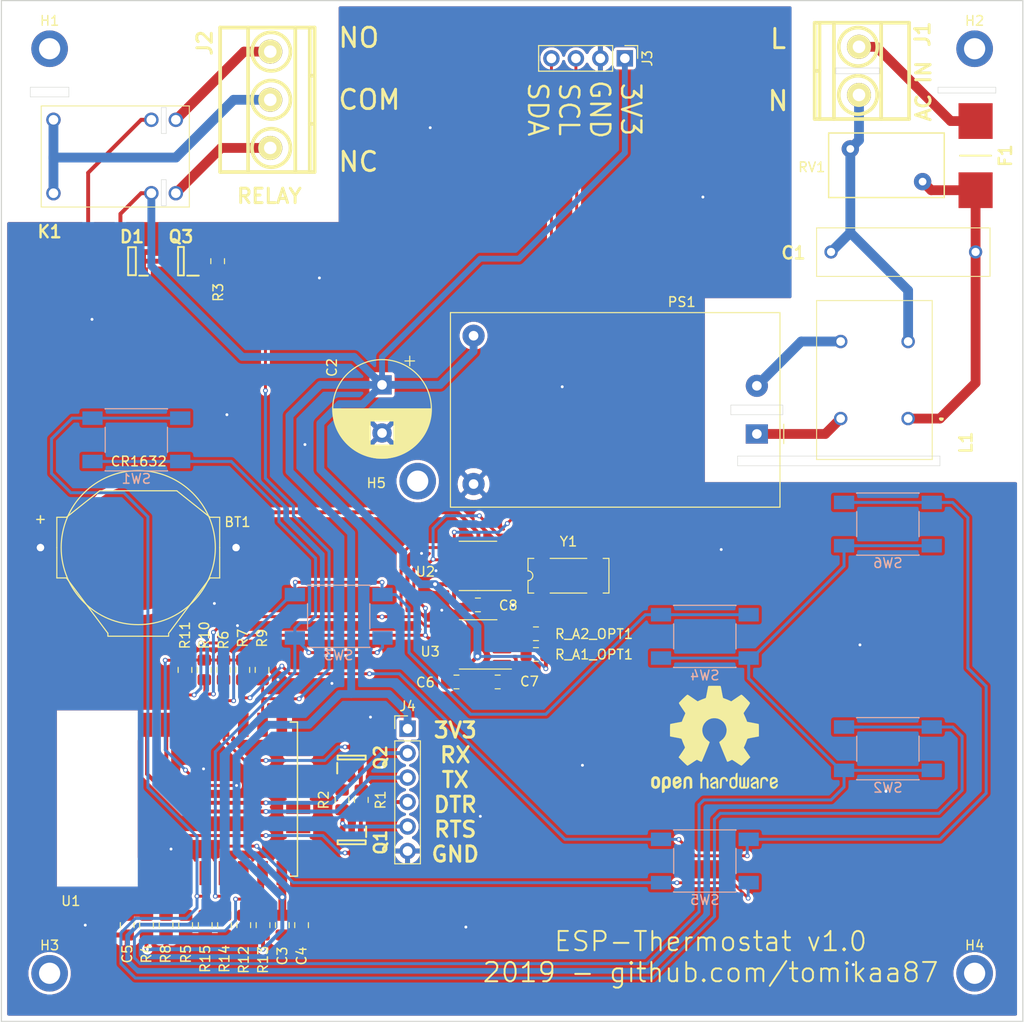
<source format=kicad_pcb>
(kicad_pcb (version 20171130) (host pcbnew "(5.1.4)-1")
  (layers (0 F.Cu signal) (31 B.Cu signal) (34 B.Paste user) (35 F.Paste user) (36 B.SilkS user) (37 F.SilkS user) (38 B.Mask user) (39 F.Mask user) (44 Edge.Cuts user))
  (net 0 "")
  (net 1 "Net-(U1-Pad14)")
  (net 2 "Net-(U1-Pad13)")
  (net 3 "Net-(U1-Pad12)")
  (net 4 "Net-(U1-Pad11)")
  (net 5 "Net-(U1-Pad10)")
  (net 6 "Net-(U1-Pad9)")
  (net 7 "Net-(Q1-Pad1)")
  (net 8 "Net-(Q2-Pad1)")
  (net 9 "Net-(D1-Pad1)")
  (net 10 "Net-(Q3-Pad1)")
  (net 11 "Net-(U2-Pad7)")
  (net 12 "Net-(U2-Pad2)")
  (net 13 "Net-(U2-Pad1)")
  (net 14 "Net-(J2-Pad3)")
  (net 15 "Net-(J2-Pad2)")
  (net 16 "Net-(J2-Pad1)")
  (net 17 "Net-(C1-Pad2)")
  (net 18 "Net-(C1-Pad1)")
  (net 19 "Net-(L1-Pad4)")
  (net 20 "Net-(L1-Pad2)")
  (net 21 GND)
  (net 22 +3V3)
  (net 23 ESP_RELAY)
  (net 24 PGM_RTS)
  (net 25 ESP_GPIO0)
  (net 26 PGM_DTR)
  (net 27 ESP_~RST~)
  (net 28 ESP_EN)
  (net 29 ESP_GPIO2)
  (net 30 ESP_TXD)
  (net 31 ESP_RXD)
  (net 32 ESP_ADC)
  (net 33 ESP_SDA)
  (net 34 ESP_SCL)
  (net 35 ESP_GPIO12)
  (net 36 ESP_1W_DQ)
  (net 37 ESP_GPIO16)
  (net 38 ESP_GPIO14)
  (net 39 "Net-(F1-Pad2)")
  (net 40 "Net-(BT1-Pad1)")
  (net 41 "Net-(R_A1_OPT1-Pad2)")
  (net 42 "Net-(R_A2_OPT1-Pad2)")
  (net 43 "Net-(U3-Pad7)")
  (net 44 "Net-(C7-Pad2)")
  (module Symbol:OSHW-Logo2_14.6x12mm_SilkScreen (layer F.Cu) (at 94 96.7)
    (fp_text reference REF** hide)
    (fp_text value OSHW-Logo2_14.6x12mm_SilkScreen hide)
  )
  (module MountingHole:MountingHole_2.2mm_M2_ISO14580_Pad (layer F.Cu) (at 63.2 69.9)
    (fp_text reference H5 (at -4.3 0.2) (layer F.SilkS))
    (fp_text value MountingHole)
    (pad 1 thru_hole circle (at 0 0) (size 3.8 3.8) (drill 2.2) (layers *.Cu *.Mask))
  )
  (module MountingHole:MountingHole_2.2mm_M2_ISO14580_Pad (layer F.Cu) (at 121 121)
    (fp_text reference H4 (at 0 -2.9) (layer F.SilkS))
    (fp_text value MountingHole)
    (pad 1 thru_hole circle (at 0 0) (size 3.8 3.8) (drill 2.2) (layers *.Cu *.Mask))
  )
  (module MountingHole:MountingHole_2.2mm_M2_ISO14580_Pad (layer F.Cu) (at 25 121)
    (fp_text reference H3 (at 0 -2.9) (layer F.SilkS))
    (fp_text value MountingHole)
    (pad 1 thru_hole circle (at 0 0) (size 3.8 3.8) (drill 2.2) (layers *.Cu *.Mask))
  )
  (module MountingHole:MountingHole_2.2mm_M2_ISO14580_Pad (layer F.Cu) (at 121 25)
    (fp_text reference H2 (at 0 -2.9) (layer F.SilkS))
    (fp_text value MountingHole)
    (pad 1 thru_hole circle (at 0 0) (size 3.8 3.8) (drill 2.2) (layers *.Cu *.Mask))
  )
  (module MountingHole:MountingHole_2.2mm_M2_ISO14580_Pad (layer F.Cu) (at 25 25)
    (fp_text reference H1 (at 0 -2.9) (layer F.SilkS))
    (fp_text value MountingHole)
    (pad 1 thru_hole circle (at 0 0) (size 3.8 3.8) (drill 2.2) (layers *.Cu *.Mask))
  )
  (module ESP8266:ESP-12E_SMD (layer F.Cu) (at 35.1 109.9 90)
    (fp_text reference U1 (at -3.6 -7.9) (layer F.SilkS))
    (fp_text value ESP-12F hide)
    (pad 14 smd rect (at 11.99 15 180) (size 2.5 1.1) (drill (offset -0.7 0)) (layers F.Cu F.Paste F.Mask) (net 1 "Net-(U1-Pad14)"))
    (pad 13 smd rect (at 9.99 15 180) (size 2.5 1.1) (drill (offset -0.7 0)) (layers F.Cu F.Paste F.Mask) (net 2 "Net-(U1-Pad13)"))
    (pad 12 smd rect (at 7.99 15 180) (size 2.5 1.1) (drill (offset -0.7 0)) (layers F.Cu F.Paste F.Mask) (net 3 "Net-(U1-Pad12)"))
    (pad 11 smd rect (at 5.99 15 180) (size 2.5 1.1) (drill (offset -0.7 0)) (layers F.Cu F.Paste F.Mask) (net 4 "Net-(U1-Pad11)"))
    (pad 10 smd rect (at 3.99 15 180) (size 2.5 1.1) (drill (offset -0.7 0)) (layers F.Cu F.Paste F.Mask) (net 5 "Net-(U1-Pad10)"))
    (pad 9 smd rect (at 1.99 15 180) (size 2.5 1.1) (drill (offset -0.7 0)) (layers F.Cu F.Paste F.Mask) (net 6 "Net-(U1-Pad9)"))
    (pad 22 smd rect (at 14 0 90) (size 2.5 1.1) (drill (offset 0.7 0)) (layers F.Cu F.Paste F.Mask) (net 30 ESP_TXD))
    (pad 21 smd rect (at 14 2 90) (size 2.5 1.1) (drill (offset 0.7 0)) (layers F.Cu F.Paste F.Mask) (net 31 ESP_RXD))
    (pad 20 smd rect (at 14 4 90) (size 2.5 1.1) (drill (offset 0.7 0)) (layers F.Cu F.Paste F.Mask) (net 34 ESP_SCL))
    (pad 19 smd rect (at 14 6 90) (size 2.5 1.1) (drill (offset 0.7 0)) (layers F.Cu F.Paste F.Mask) (net 33 ESP_SDA))
    (pad 18 smd rect (at 14 8 90) (size 2.5 1.1) (drill (offset 0.7 0)) (layers F.Cu F.Paste F.Mask) (net 25 ESP_GPIO0))
    (pad 17 smd rect (at 14 10 90) (size 2.5 1.1) (drill (offset 0.7 0)) (layers F.Cu F.Paste F.Mask) (net 29 ESP_GPIO2))
    (pad 16 smd rect (at 14 12 90) (size 2.5 1.1) (drill (offset 0.7 0)) (layers F.Cu F.Paste F.Mask) (net 23 ESP_RELAY))
    (pad 15 smd rect (at 14 14 90) (size 2.5 1.1) (drill (offset 0.7 0)) (layers F.Cu F.Paste F.Mask) (net 21 GND))
    (pad 8 smd rect (at 0 14 90) (size 2.5 1.1) (drill (offset -0.7 0)) (layers F.Cu F.Paste F.Mask) (net 22 +3V3))
    (pad 7 smd rect (at 0 12 90) (size 2.5 1.1) (drill (offset -0.7 0)) (layers F.Cu F.Paste F.Mask) (net 36 ESP_1W_DQ))
    (pad 6 smd rect (at 0 10 90) (size 2.5 1.1) (drill (offset -0.7 0)) (layers F.Cu F.Paste F.Mask) (net 35 ESP_GPIO12))
    (pad 5 smd rect (at 0 8 90) (size 2.5 1.1) (drill (offset -0.7 0)) (layers F.Cu F.Paste F.Mask) (net 38 ESP_GPIO14))
    (pad 4 smd rect (at 0 6 90) (size 2.5 1.1) (drill (offset -0.7 0)) (layers F.Cu F.Paste F.Mask) (net 37 ESP_GPIO16))
    (pad 3 smd rect (at 0 4 90) (size 2.5 1.1) (drill (offset -0.7 0)) (layers F.Cu F.Paste F.Mask) (net 28 ESP_EN))
    (pad 2 smd rect (at 0 2 90) (size 2.5 1.1) (drill (offset -0.7 0)) (layers F.Cu F.Paste F.Mask) (net 32 ESP_ADC))
    (pad 1 smd rect (at 0 0 90) (size 2.5 1.1) (drill (offset -0.7 0)) (layers F.Cu F.Paste F.Mask) (net 27 ESP_~RST~))
  )
  (module SamacSys_Parts:HK4100FDC5VSHG (layer F.Cu) (at 38.1 40 180)
    (fp_text reference K1 (at 13.1 -4) (layer F.SilkS) (effects (font (size 1.27 1.27) (thickness 0.254))))
    (fp_text value HK4100F-DC5V-SHG hide)
    (pad 6 thru_hole circle (at 0 7.62 180) (size 1.5 1.5) (drill 1) (layers *.Cu *.Mask) (net 14 "Net-(J2-Pad3)"))
    (pad 5 thru_hole circle (at 2.54 7.62 180) (size 1.5 1.5) (drill 1) (layers *.Cu *.Mask) (net 9 "Net-(D1-Pad1)"))
    (pad 4 thru_hole circle (at 12.7 7.62 180) (size 1.5 1.5) (drill 1) (layers *.Cu *.Mask) (net 15 "Net-(J2-Pad2)"))
    (pad 3 thru_hole circle (at 12.7 0 180) (size 1.5 1.5) (drill 1) (layers *.Cu *.Mask) (net 15 "Net-(J2-Pad2)"))
    (pad 2 thru_hole circle (at 2.54 0 180) (size 1.5 1.5) (drill 1) (layers *.Cu *.Mask) (net 22 +3V3))
    (pad 1 thru_hole circle (at 0 0 180) (size 1.5 1.5) (drill 1) (layers *.Cu *.Mask) (net 16 "Net-(J2-Pad1)"))
  )
  (module SamacSys_Parts:R46KI310040M1K (layer F.Cu) (at 121.1 46.1 180)
    (fp_text reference C1 (at 18.9 -0.1) (layer F.SilkS) (effects (font (size 1.27 1.27) (thickness 0.254))))
    (fp_text value "100n 310V" hide)
    (pad 2 thru_hole circle (at 15 0 180) (size 1.381 1.381) (drill 0.85) (layers *.Cu *.Mask) (net 17 "Net-(C1-Pad2)"))
    (pad 1 thru_hole circle (at 0 0 180) (size 1.381 1.381) (drill 0.85) (layers *.Cu *.Mask) (net 18 "Net-(C1-Pad1)"))
  )
  (module Converter_ACDC:Converter_ACDC_HiLink_HLK-PMxx (layer F.Cu) (at 98.4 65 180)
    (fp_text reference PS1 (at 7.8 13.7 180) (layer F.SilkS))
    (fp_text value HLK-PM03)
    (pad 4 thru_hole circle (at 29.4 10.2 180) (size 2.3 2.3) (drill 1) (layers *.Cu *.Mask) (net 22 +3V3))
    (pad 2 thru_hole circle (at 0 5 180) (size 2.3 2.3) (drill 1) (layers *.Cu *.Mask) (net 19 "Net-(L1-Pad4)"))
    (pad 1 thru_hole rect (at 0 0 180) (size 2.3 2) (drill 1) (layers *.Cu *.Mask) (net 20 "Net-(L1-Pad2)"))
    (pad 3 thru_hole circle (at 29.4 -5.2 180) (size 2.3 2.3) (drill 1) (layers *.Cu *.Mask) (net 21 GND))
  )
  (module Button_Switch_SMD:SW_Push_1P1T_NO_6x6mm_FSM2JSMA (layer B.Cu) (at 34 65.6077)
    (fp_text reference SW1 (at 0 4.05) (layer B.SilkS) (effects (justify mirror)))
    (fp_text value SW_PLUS)
    (pad 2 smd rect (at 4.55 -2.25) (size 2.1 1.4) (layers B.Cu B.Paste B.Mask) (net 37 ESP_GPIO16))
    (pad 1 smd rect (at 4.55 2.25) (size 2.1 1.4) (layers B.Cu B.Paste B.Mask) (net 38 ESP_GPIO14))
    (pad 1 smd rect (at -4.55 2.25) (size 2.1 1.4) (layers B.Cu B.Paste B.Mask) (net 38 ESP_GPIO14))
    (pad 2 smd rect (at -4.55 -2.25) (size 2.1 1.4) (layers B.Cu B.Paste B.Mask) (net 37 ESP_GPIO16))
  )
  (module Battery:BatteryHolder_CR1632_SMD (layer F.Cu) (at 34.2 76.8)
    (fp_text reference BT1 (at 10.3 -2.65) (layer F.SilkS))
    (fp_text value Battery_Cell)
    (fp_text user + (at -10.15 -3) (layer F.SilkS))
    (fp_text user CR1632 (at 0.05 -8.95) (layer F.SilkS))
    (pad 1 thru_hole rect (at 10.15 0) (size 3.4 3.4) (drill 0.762) (layers F.Cu F.Mask) (net 40 "Net-(BT1-Pad1)"))
    (pad 1 thru_hole rect (at -10.15 0) (size 3.4 3.4) (drill 0.762) (layers F.Cu F.Mask) (net 40 "Net-(BT1-Pad1)"))
    (pad 2 smd circle (at 0 0) (size 13 13) (layers F.Cu F.Mask) (net 21 GND))
    (pad "" np_thru_hole circle (at 10.15 0) (size 1.524 1.524) (drill 0.762) (layers *.Cu *.Mask))
    (pad "" np_thru_hole circle (at -10.15 0) (size 1.524 1.524) (drill 0.762) (layers *.Cu *.Mask))
  )
  (module Button_Switch_SMD:SW_Push_1P1T_NO_6x6mm_FSM2JSMA (layer B.Cu) (at 112 74.359)
    (fp_text reference SW6 (at 0 4.05) (layer B.SilkS) (effects (justify mirror)))
    (fp_text value SW_RIGHT)
    (pad 2 smd rect (at 4.55 -2.25) (size 2.1 1.4) (layers B.Cu B.Paste B.Mask) (net 29 ESP_GPIO2))
    (pad 1 smd rect (at 4.55 2.25) (size 2.1 1.4) (layers B.Cu B.Paste B.Mask) (net 35 ESP_GPIO12))
    (pad 1 smd rect (at -4.55 2.25) (size 2.1 1.4) (layers B.Cu B.Paste B.Mask) (net 35 ESP_GPIO12))
    (pad 2 smd rect (at -4.55 -2.25) (size 2.1 1.4) (layers B.Cu B.Paste B.Mask) (net 29 ESP_GPIO2))
  )
  (module Button_Switch_SMD:SW_Push_1P1T_NO_6x6mm_FSM2JSMA (layer B.Cu) (at 93 109.3397)
    (fp_text reference SW5 (at 0 4.05) (layer B.SilkS) (effects (justify mirror)))
    (fp_text value SW_MENU)
    (pad 2 smd rect (at 4.55 -2.25) (size 2.1 1.4) (layers B.Cu B.Paste B.Mask) (net 29 ESP_GPIO2))
    (pad 1 smd rect (at 4.55 2.25) (size 2.1 1.4) (layers B.Cu B.Paste B.Mask) (net 38 ESP_GPIO14))
    (pad 1 smd rect (at -4.55 2.25) (size 2.1 1.4) (layers B.Cu B.Paste B.Mask) (net 38 ESP_GPIO14))
    (pad 2 smd rect (at -4.55 -2.25) (size 2.1 1.4) (layers B.Cu B.Paste B.Mask) (net 29 ESP_GPIO2))
  )
  (module Button_Switch_SMD:SW_Push_1P1T_NO_6x6mm_FSM2JSMA (layer B.Cu) (at 93 86.0192)
    (fp_text reference SW4 (at 0 4.05) (layer B.SilkS) (effects (justify mirror)))
    (fp_text value SW_LEFT)
    (pad 2 smd rect (at 4.55 -2.25) (size 2.1 1.4) (layers B.Cu B.Paste B.Mask) (net 25 ESP_GPIO0))
    (pad 1 smd rect (at 4.55 2.25) (size 2.1 1.4) (layers B.Cu B.Paste B.Mask) (net 35 ESP_GPIO12))
    (pad 1 smd rect (at -4.55 2.25) (size 2.1 1.4) (layers B.Cu B.Paste B.Mask) (net 35 ESP_GPIO12))
    (pad 2 smd rect (at -4.55 -2.25) (size 2.1 1.4) (layers B.Cu B.Paste B.Mask) (net 25 ESP_GPIO0))
  )
  (module Button_Switch_SMD:SW_Push_1P1T_NO_6x6mm_FSM2JSMA (layer B.Cu) (at 55 83.9323)
    (fp_text reference SW3 (at 0 4.05) (layer B.SilkS) (effects (justify mirror)))
    (fp_text value SW_MINUS)
    (pad 2 smd rect (at 4.55 -2.25) (size 2.1 1.4) (layers B.Cu B.Paste B.Mask) (net 25 ESP_GPIO0))
    (pad 1 smd rect (at 4.55 2.25) (size 2.1 1.4) (layers B.Cu B.Paste B.Mask) (net 38 ESP_GPIO14))
    (pad 1 smd rect (at -4.55 2.25) (size 2.1 1.4) (layers B.Cu B.Paste B.Mask) (net 38 ESP_GPIO14))
    (pad 2 smd rect (at -4.55 -2.25) (size 2.1 1.4) (layers B.Cu B.Paste B.Mask) (net 25 ESP_GPIO0))
  )
  (module Button_Switch_SMD:SW_Push_1P1T_NO_6x6mm_FSM2JSMA (layer B.Cu) (at 112 97.6795)
    (fp_text reference SW2 (at 0 4.05) (layer B.SilkS) (effects (justify mirror)))
    (fp_text value SW_BOOST)
    (pad 2 smd rect (at 4.55 -2.25) (size 2.1 1.4) (layers B.Cu B.Paste B.Mask) (net 37 ESP_GPIO16))
    (pad 1 smd rect (at 4.55 2.25) (size 2.1 1.4) (layers B.Cu B.Paste B.Mask) (net 35 ESP_GPIO12))
    (pad 1 smd rect (at -4.55 2.25) (size 2.1 1.4) (layers B.Cu B.Paste B.Mask) (net 35 ESP_GPIO12))
    (pad 2 smd rect (at -4.55 -2.25) (size 2.1 1.4) (layers B.Cu B.Paste B.Mask) (net 37 ESP_GPIO16))
  )
  (module Package_SO:SOIC-8_3.9x4.9mm_P1.27mm (layer F.Cu) (at 69.475 86.85 180)
    (fp_text reference U3 (at 4.975 -0.75) (layer F.SilkS))
    (fp_text value 47L04)
    (pad 8 smd roundrect (at 2.475 -1.905 180) (size 1.95 0.6) (layers F.Cu F.Paste F.Mask) (net 22 +3V3))
    (pad 7 smd roundrect (at 2.475 -0.635 180) (size 1.95 0.6) (layers F.Cu F.Paste F.Mask) (net 43 "Net-(U3-Pad7)"))
    (pad 6 smd roundrect (at 2.475 0.635 180) (size 1.95 0.6) (layers F.Cu F.Paste F.Mask) (net 34 ESP_SCL))
    (pad 5 smd roundrect (at 2.475 1.905 180) (size 1.95 0.6) (layers F.Cu F.Paste F.Mask) (net 33 ESP_SDA))
    (pad 4 smd roundrect (at -2.475 1.905 180) (size 1.95 0.6) (layers F.Cu F.Paste F.Mask) (net 21 GND))
    (pad 3 smd roundrect (at -2.475 0.635 180) (size 1.95 0.6) (layers F.Cu F.Paste F.Mask) (net 42 "Net-(R_A2_OPT1-Pad2)"))
    (pad 2 smd roundrect (at -2.475 -0.635 180) (size 1.95 0.6) (layers F.Cu F.Paste F.Mask) (net 41 "Net-(R_A1_OPT1-Pad2)"))
    (pad 1 smd roundrect (at -2.475 -1.905 180) (size 1.95 0.6) (layers F.Cu F.Paste F.Mask) (net 44 "Net-(C7-Pad2)"))
  )
  (module Capacitor_SMD:C_0805_2012Metric_Pad1.15x1.40mm_HandSolder (layer F.Cu) (at 71.5 90.75)
    (fp_text reference C7 (at 3.3 -0.05) (layer F.SilkS))
    (fp_text value 22u)
    (pad 2 smd roundrect (at 1.025 0) (size 1.15 1.4) (layers F.Cu F.Paste F.Mask) (roundrect_rratio 0.217391) (net 44 "Net-(C7-Pad2)"))
    (pad 1 smd roundrect (at -1.025 0) (size 1.15 1.4) (layers F.Cu F.Paste F.Mask) (roundrect_rratio 0.217391) (net 21 GND))
  )
  (module Resistor_SMD:R_0805_2012Metric_Pad1.15x1.40mm_HandSolder (layer F.Cu) (at 75.475 85.75 180)
    (fp_text reference R_A2_OPT1 (at -6.025 -0.025) (layer F.SilkS))
    (fp_text value 0)
    (pad 2 smd roundrect (at 1.025 0 180) (size 1.15 1.4) (layers F.Cu F.Paste F.Mask) (roundrect_rratio 0.217391) (net 42 "Net-(R_A2_OPT1-Pad2)"))
    (pad 1 smd roundrect (at -1.025 0 180) (size 1.15 1.4) (layers F.Cu F.Paste F.Mask) (roundrect_rratio 0.217391) (net 22 +3V3))
  )
  (module Resistor_SMD:R_0805_2012Metric_Pad1.15x1.40mm_HandSolder (layer F.Cu) (at 75.475 87.9 180)
    (fp_text reference R_A1_OPT1 (at -6.025 0) (layer F.SilkS))
    (fp_text value 0)
    (pad 2 smd roundrect (at 1.025 0 180) (size 1.15 1.4) (layers F.Cu F.Paste F.Mask) (roundrect_rratio 0.217391) (net 41 "Net-(R_A1_OPT1-Pad2)"))
    (pad 1 smd roundrect (at -1.025 0 180) (size 1.15 1.4) (layers F.Cu F.Paste F.Mask) (roundrect_rratio 0.217391) (net 22 +3V3))
  )
  (module Capacitor_SMD:C_0805_2012Metric_Pad1.15x1.40mm_HandSolder (layer F.Cu) (at 69.45 82.75)
    (fp_text reference C8 (at 3.15 0.05) (layer F.SilkS))
    (fp_text value 100n)
    (pad 2 smd roundrect (at 1.025 0) (size 1.15 1.4) (layers F.Cu F.Paste F.Mask) (roundrect_rratio 0.217391) (net 21 GND))
    (pad 1 smd roundrect (at -1.025 0) (size 1.15 1.4) (layers F.Cu F.Paste F.Mask) (roundrect_rratio 0.217391) (net 22 +3V3))
  )
  (module Capacitor_SMD:C_0805_2012Metric_Pad1.15x1.40mm_HandSolder (layer F.Cu) (at 67.225 90.75)
    (fp_text reference C6 (at -3.225 0.05) (layer F.SilkS))
    (fp_text value 100n)
    (pad 2 smd roundrect (at 1.025 0) (size 1.15 1.4) (layers F.Cu F.Paste F.Mask) (roundrect_rratio 0.217391) (net 21 GND))
    (pad 1 smd roundrect (at -1.025 0) (size 1.15 1.4) (layers F.Cu F.Paste F.Mask) (roundrect_rratio 0.217391) (net 22 +3V3))
  )
  (module Connector_PinHeader_2.54mm:PinHeader_1x06_P2.54mm_Vertical (layer F.Cu) (at 62.15 95.6)
    (fp_text reference J4 (at 0 -2.33) (layer F.SilkS))
    (fp_text value PROGRAM)
    (pad 6 thru_hole oval (at 0 12.7) (size 1.7 1.7) (drill 1) (layers *.Cu *.Mask) (net 21 GND))
    (pad 5 thru_hole oval (at 0 10.16) (size 1.7 1.7) (drill 1) (layers *.Cu *.Mask) (net 24 PGM_RTS))
    (pad 4 thru_hole oval (at 0 7.62) (size 1.7 1.7) (drill 1) (layers *.Cu *.Mask) (net 26 PGM_DTR))
    (pad 3 thru_hole oval (at 0 5.08) (size 1.7 1.7) (drill 1) (layers *.Cu *.Mask) (net 30 ESP_TXD))
    (pad 2 thru_hole oval (at 0 2.54) (size 1.7 1.7) (drill 1) (layers *.Cu *.Mask) (net 31 ESP_RXD))
    (pad 1 thru_hole rect (at 0 0) (size 1.7 1.7) (drill 1) (layers *.Cu *.Mask) (net 22 +3V3))
  )
  (module Connector_PinHeader_2.54mm:PinHeader_1x04_P2.54mm_Vertical (layer F.Cu) (at 84.7 26 270)
    (fp_text reference J3 (at 0 -2.33 90) (layer F.SilkS))
    (fp_text value OLED)
    (pad 4 thru_hole oval (at 0 7.62 270) (size 1.7 1.7) (drill 1) (layers *.Cu *.Mask) (net 33 ESP_SDA))
    (pad 3 thru_hole oval (at 0 5.08 270) (size 1.7 1.7) (drill 1) (layers *.Cu *.Mask) (net 34 ESP_SCL))
    (pad 2 thru_hole oval (at 0 2.54 270) (size 1.7 1.7) (drill 1) (layers *.Cu *.Mask) (net 21 GND))
    (pad 1 thru_hole rect (at 0 0 270) (size 1.7 1.7) (drill 1) (layers *.Cu *.Mask) (net 22 +3V3))
  )
  (module Crystal:Crystal_SMD_SeikoEpson_MC306-4Pin_8.0x3.2mm (layer F.Cu) (at 78.85 79.72)
    (fp_text reference Y1 (at 0 -3.55) (layer F.SilkS))
    (fp_text value Crystal_GND24)
    (pad 4 smd rect (at -2.75 -1.6) (size 1.3 1.9) (layers F.Cu F.Paste F.Mask) (net 12 "Net-(U2-Pad2)"))
    (pad 3 smd rect (at 2.75 -1.6) (size 1.3 1.9) (layers F.Cu F.Paste F.Mask) (net 21 GND))
    (pad 2 smd rect (at 2.75 1.6) (size 1.3 1.9) (layers F.Cu F.Paste F.Mask) (net 21 GND))
    (pad 1 smd rect (at -2.75 1.6) (size 1.3 1.9) (layers F.Cu F.Paste F.Mask) (net 13 "Net-(U2-Pad1)"))
  )
  (module SamacSys_Parts:FUSC10134X305N (layer F.Cu) (at 121.1 36.1 90)
    (fp_text reference F1 (at 0 3.1 270) (layer F.SilkS) (effects (font (size 1.27 1.27) (thickness 0.254))))
    (fp_text value "0,5A 250V Slow" hide)
    (pad 2 smd rect (at 3.59 0 180) (size 3.54 3.71) (layers F.Cu F.Paste F.Mask) (net 39 "Net-(F1-Pad2)"))
    (pad 1 smd rect (at -3.59 0 180) (size 3.54 3.71) (layers F.Cu F.Paste F.Mask) (net 18 "Net-(C1-Pad1)"))
  )
  (module Capacitor_SMD:C_0805_2012Metric_Pad1.15x1.40mm_HandSolder (layer F.Cu) (at 33.05 116 270)
    (fp_text reference C5 (at 3 0 90) (layer F.SilkS))
    (fp_text value 100n)
    (pad 2 smd roundrect (at 1.025 0 270) (size 1.15 1.4) (layers F.Cu F.Paste F.Mask) (roundrect_rratio 0.217391) (net 21 GND))
    (pad 1 smd roundrect (at -1.025 0 270) (size 1.15 1.4) (layers F.Cu F.Paste F.Mask) (roundrect_rratio 0.217391) (net 27 ESP_~RST~))
  )
  (module Resistor_SMD:R_0805_2012Metric_Pad1.15x1.40mm_HandSolder (layer F.Cu) (at 41.15 116 90)
    (fp_text reference R15 (at -3.5 0 90) (layer F.SilkS))
    (fp_text value 10k)
    (pad 2 smd roundrect (at 1.025 0 90) (size 1.15 1.4) (layers F.Cu F.Paste F.Mask) (roundrect_rratio 0.217391) (net 37 ESP_GPIO16))
    (pad 1 smd roundrect (at -1.025 0 90) (size 1.15 1.4) (layers F.Cu F.Paste F.Mask) (roundrect_rratio 0.217391) (net 22 +3V3))
  )
  (module Resistor_SMD:R_0805_2012Metric_Pad1.15x1.40mm_HandSolder (layer F.Cu) (at 57.35 103 90)
    (fp_text reference R1 (at 0 2 90) (layer F.SilkS))
    (fp_text value 10k)
    (pad 2 smd roundrect (at 1.025 0 90) (size 1.15 1.4) (layers F.Cu F.Paste F.Mask) (roundrect_rratio 0.217391) (net 26 PGM_DTR))
    (pad 1 smd roundrect (at -1.025 0 90) (size 1.15 1.4) (layers F.Cu F.Paste F.Mask) (roundrect_rratio 0.217391) (net 7 "Net-(Q1-Pad1)"))
  )
  (module Resistor_SMD:R_0805_2012Metric_Pad1.15x1.40mm_HandSolder (layer F.Cu) (at 43.15 116 90)
    (fp_text reference R14 (at -3.5 0 90) (layer F.SilkS))
    (fp_text value 10k)
    (pad 2 smd roundrect (at 1.025 0 90) (size 1.15 1.4) (layers F.Cu F.Paste F.Mask) (roundrect_rratio 0.217391) (net 38 ESP_GPIO14))
    (pad 1 smd roundrect (at -1.025 0 90) (size 1.15 1.4) (layers F.Cu F.Paste F.Mask) (roundrect_rratio 0.217391) (net 22 +3V3))
  )
  (module Resistor_SMD:R_0805_2012Metric_Pad1.15x1.40mm_HandSolder (layer F.Cu) (at 47.15 116 90)
    (fp_text reference R13 (at -3.6 0 90) (layer F.SilkS))
    (fp_text value 4k7)
    (pad 2 smd roundrect (at 1.025 0 90) (size 1.15 1.4) (layers F.Cu F.Paste F.Mask) (roundrect_rratio 0.217391) (net 36 ESP_1W_DQ))
    (pad 1 smd roundrect (at -1.025 0 90) (size 1.15 1.4) (layers F.Cu F.Paste F.Mask) (roundrect_rratio 0.217391) (net 22 +3V3))
  )
  (module Resistor_SMD:R_0805_2012Metric_Pad1.15x1.40mm_HandSolder (layer F.Cu) (at 45.15 116 90)
    (fp_text reference R12 (at -3.6 0 90) (layer F.SilkS))
    (fp_text value 10k)
    (pad 2 smd roundrect (at 1.025 0 90) (size 1.15 1.4) (layers F.Cu F.Paste F.Mask) (roundrect_rratio 0.217391) (net 35 ESP_GPIO12))
    (pad 1 smd roundrect (at -1.025 0 90) (size 1.15 1.4) (layers F.Cu F.Paste F.Mask) (roundrect_rratio 0.217391) (net 22 +3V3))
  )
  (module Resistor_SMD:R_0805_2012Metric_Pad1.15x1.40mm_HandSolder (layer F.Cu) (at 39.05 89.5 270)
    (fp_text reference R11 (at -3.6 0 90) (layer F.SilkS))
    (fp_text value 4k7)
    (pad 2 smd roundrect (at 1.025 0 270) (size 1.15 1.4) (layers F.Cu F.Paste F.Mask) (roundrect_rratio 0.217391) (net 34 ESP_SCL))
    (pad 1 smd roundrect (at -1.025 0 270) (size 1.15 1.4) (layers F.Cu F.Paste F.Mask) (roundrect_rratio 0.217391) (net 22 +3V3))
  )
  (module Resistor_SMD:R_0805_2012Metric_Pad1.15x1.40mm_HandSolder (layer F.Cu) (at 41.05 89.5 270)
    (fp_text reference R10 (at -3.6 0 90) (layer F.SilkS))
    (fp_text value 4k7)
    (pad 2 smd roundrect (at 1.025 0 270) (size 1.15 1.4) (layers F.Cu F.Paste F.Mask) (roundrect_rratio 0.217391) (net 33 ESP_SDA))
    (pad 1 smd roundrect (at -1.025 0 270) (size 1.15 1.4) (layers F.Cu F.Paste F.Mask) (roundrect_rratio 0.217391) (net 22 +3V3))
  )
  (module Resistor_SMD:R_0805_2012Metric_Pad1.15x1.40mm_HandSolder (layer F.Cu) (at 47.05 89.5 90)
    (fp_text reference R9 (at 3.3 0 90) (layer F.SilkS))
    (fp_text value 10k)
    (pad 2 smd roundrect (at 1.025 0 90) (size 1.15 1.4) (layers F.Cu F.Paste F.Mask) (roundrect_rratio 0.217391) (net 21 GND))
    (pad 1 smd roundrect (at -1.025 0 90) (size 1.15 1.4) (layers F.Cu F.Paste F.Mask) (roundrect_rratio 0.217391) (net 23 ESP_RELAY))
  )
  (module Resistor_SMD:R_0805_2012Metric_Pad1.15x1.40mm_HandSolder (layer F.Cu) (at 37.086 116 270)
    (fp_text reference R8 (at 3 0.036 90) (layer F.SilkS))
    (fp_text value 10k)
    (pad 2 smd roundrect (at 1.025 0 270) (size 1.15 1.4) (layers F.Cu F.Paste F.Mask) (roundrect_rratio 0.217391) (net 21 GND))
    (pad 1 smd roundrect (at -1.025 0 270) (size 1.15 1.4) (layers F.Cu F.Paste F.Mask) (roundrect_rratio 0.217391) (net 32 ESP_ADC))
  )
  (module Resistor_SMD:R_0805_2012Metric_Pad1.15x1.40mm_HandSolder (layer F.Cu) (at 45.05 89.5 270)
    (fp_text reference R7 (at -3.3 0 90) (layer F.SilkS))
    (fp_text value 10k)
    (pad 2 smd roundrect (at 1.025 0 270) (size 1.15 1.4) (layers F.Cu F.Paste F.Mask) (roundrect_rratio 0.217391) (net 29 ESP_GPIO2))
    (pad 1 smd roundrect (at -1.025 0 270) (size 1.15 1.4) (layers F.Cu F.Paste F.Mask) (roundrect_rratio 0.217391) (net 22 +3V3))
  )
  (module Resistor_SMD:R_0805_2012Metric_Pad1.15x1.40mm_HandSolder (layer F.Cu) (at 43.05 89.5 270)
    (fp_text reference R6 (at -3.1 0 90) (layer F.SilkS))
    (fp_text value 10k)
    (pad 2 smd roundrect (at 1.025 0 270) (size 1.15 1.4) (layers F.Cu F.Paste F.Mask) (roundrect_rratio 0.217391) (net 25 ESP_GPIO0))
    (pad 1 smd roundrect (at -1.025 0 270) (size 1.15 1.4) (layers F.Cu F.Paste F.Mask) (roundrect_rratio 0.217391) (net 22 +3V3))
  )
  (module Resistor_SMD:R_0805_2012Metric_Pad1.15x1.40mm_HandSolder (layer F.Cu) (at 39.118 116 90)
    (fp_text reference R5 (at -3 0.032 90) (layer F.SilkS))
    (fp_text value 10k)
    (pad 1 smd roundrect (at -1.025 0 90) (size 1.15 1.4) (layers F.Cu F.Paste F.Mask) (roundrect_rratio 0.217391) (net 22 +3V3))
    (pad 2 smd roundrect (at 1.025 0 90) (size 1.15 1.4) (layers F.Cu F.Paste F.Mask) (roundrect_rratio 0.217391) (net 28 ESP_EN))
  )
  (module Resistor_SMD:R_0805_2012Metric_Pad1.15x1.40mm_HandSolder (layer F.Cu) (at 35.054 116 90)
    (fp_text reference R4 (at -3 -0.004 90) (layer F.SilkS))
    (fp_text value 10k)
    (pad 2 smd roundrect (at 1.025 0 90) (size 1.15 1.4) (layers F.Cu F.Paste F.Mask) (roundrect_rratio 0.217391) (net 27 ESP_~RST~))
    (pad 1 smd roundrect (at -1.025 0 90) (size 1.15 1.4) (layers F.Cu F.Paste F.Mask) (roundrect_rratio 0.217391) (net 22 +3V3))
  )
  (module Resistor_SMD:R_0805_2012Metric_Pad1.15x1.40mm_HandSolder (layer F.Cu) (at 42.44 47.06 90)
    (fp_text reference R3 (at -3.24 0.06 90) (layer F.SilkS))
    (fp_text value 10k)
    (pad 2 smd roundrect (at 1.025 0 90) (size 1.15 1.4) (layers F.Cu F.Paste F.Mask) (roundrect_rratio 0.217391) (net 23 ESP_RELAY))
    (pad 1 smd roundrect (at -1.025 0 90) (size 1.15 1.4) (layers F.Cu F.Paste F.Mask) (roundrect_rratio 0.217391) (net 10 "Net-(Q3-Pad1)"))
  )
  (module Resistor_SMD:R_0805_2012Metric_Pad1.15x1.40mm_HandSolder (layer F.Cu) (at 55.35 103 270)
    (fp_text reference R2 (at 0 1.9 90) (layer F.SilkS))
    (fp_text value 10k)
    (pad 2 smd roundrect (at 1.025 0 270) (size 1.15 1.4) (layers F.Cu F.Paste F.Mask) (roundrect_rratio 0.217391) (net 24 PGM_RTS))
    (pad 1 smd roundrect (at -1.025 0 270) (size 1.15 1.4) (layers F.Cu F.Paste F.Mask) (roundrect_rratio 0.217391) (net 8 "Net-(Q2-Pad1)"))
  )
  (module Capacitor_SMD:C_0805_2012Metric_Pad1.15x1.40mm_HandSolder (layer F.Cu) (at 51.15 116 270)
    (fp_text reference C4 (at 3.2 0 90) (layer F.SilkS))
    (fp_text value 100n)
    (pad 2 smd roundrect (at 1.025 0 270) (size 1.15 1.4) (layers F.Cu F.Paste F.Mask) (roundrect_rratio 0.217391) (net 21 GND))
    (pad 1 smd roundrect (at -1.025 0 270) (size 1.15 1.4) (layers F.Cu F.Paste F.Mask) (roundrect_rratio 0.217391) (net 22 +3V3))
  )
  (module Capacitor_SMD:C_0805_2012Metric_Pad1.15x1.40mm_HandSolder (layer F.Cu) (at 49.15 116 270)
    (fp_text reference C3 (at 3.2 0 90) (layer F.SilkS))
    (fp_text value 10u)
    (pad 2 smd roundrect (at 1.025 0 270) (size 1.15 1.4) (layers F.Cu F.Paste F.Mask) (roundrect_rratio 0.217391) (net 21 GND))
    (pad 1 smd roundrect (at -1.025 0 270) (size 1.15 1.4) (layers F.Cu F.Paste F.Mask) (roundrect_rratio 0.217391) (net 22 +3V3))
  )
  (module Package_SO:SOIC-8_3.9x4.9mm_P1.27mm (layer F.Cu) (at 69.45 78.7 180)
    (fp_text reference U2 (at 5.45 -0.6) (layer F.SilkS))
    (fp_text value DS1307Z+)
    (pad 8 smd roundrect (at 2.475 -1.905 180) (size 1.95 0.6) (layers F.Cu F.Paste F.Mask) (net 22 +3V3))
    (pad 7 smd roundrect (at 2.475 -0.635 180) (size 1.95 0.6) (layers F.Cu F.Paste F.Mask) (net 11 "Net-(U2-Pad7)"))
    (pad 6 smd roundrect (at 2.475 0.635 180) (size 1.95 0.6) (layers F.Cu F.Paste F.Mask) (net 34 ESP_SCL))
    (pad 5 smd roundrect (at 2.475 1.905 180) (size 1.95 0.6) (layers F.Cu F.Paste F.Mask) (net 33 ESP_SDA))
    (pad 4 smd roundrect (at -2.475 1.905 180) (size 1.95 0.6) (layers F.Cu F.Paste F.Mask) (net 21 GND))
    (pad 3 smd roundrect (at -2.475 0.635 180) (size 1.95 0.6) (layers F.Cu F.Paste F.Mask) (net 40 "Net-(BT1-Pad1)"))
    (pad 2 smd roundrect (at -2.475 -0.635 180) (size 1.95 0.6) (layers F.Cu F.Paste F.Mask) (net 12 "Net-(U2-Pad2)"))
    (pad 1 smd roundrect (at -2.475 -1.905 180) (size 1.95 0.6) (layers F.Cu F.Paste F.Mask) (net 13 "Net-(U2-Pad1)"))
  )
  (module SamacSys_Parts:UU9810MH (layer F.Cu) (at 114.1 63.4 180)
    (fp_text reference L1 (at -6 -2.5 90) (layer F.SilkS) (effects (font (size 1.27 1.27) (thickness 0.254))))
    (fp_text value 10mH hide)
    (pad 3 thru_hole circle (at 0 8 180) (size 1.4 1.4) (drill 0.9) (layers *.Cu *.Mask) (net 17 "Net-(C1-Pad2)"))
    (pad 4 thru_hole circle (at 7 8 180) (size 1.4 1.4) (drill 0.9) (layers *.Cu *.Mask) (net 19 "Net-(L1-Pad4)"))
    (pad 2 thru_hole circle (at 7 0 180) (size 1.4 1.4) (drill 0.9) (layers *.Cu *.Mask) (net 20 "Net-(L1-Pad2)"))
    (pad 1 thru_hole circle (at 0 0 180) (size 1.4 1.4) (drill 0.9) (layers *.Cu *.Mask) (net 18 "Net-(C1-Pad1)"))
  )
  (module Varistor:RV_Disc_D12mm_W6.7mm_P7.5mm (layer F.Cu) (at 115.6 38.8 180)
    (fp_text reference RV1 (at 11.5 1.5) (layer F.SilkS))
    (fp_text value VDR10D561KJ)
    (pad 2 thru_hole circle (at 7.5 3.4 180) (size 1.8 1.8) (drill 0.8) (layers *.Cu *.Mask) (net 17 "Net-(C1-Pad2)"))
    (pad 1 thru_hole circle (at 0 0 180) (size 1.8 1.8) (drill 0.8) (layers *.Cu *.Mask) (net 18 "Net-(C1-Pad1)"))
  )
  (module Capacitor_THT:CP_Radial_D10.0mm_P5.00mm (layer F.Cu) (at 59.5 59.9 270)
    (fp_text reference C2 (at -1.8 5.2 90) (layer F.SilkS))
    (fp_text value 1000u)
    (pad 2 thru_hole circle (at 5 0 270) (size 2 2) (drill 1) (layers *.Cu *.Mask) (net 21 GND))
    (pad 1 thru_hole rect (at 0 0 270) (size 2 2) (drill 1) (layers *.Cu *.Mask) (net 22 +3V3))
  )
  (module w_conn_mkds:mkds_1,5-3 (layer F.Cu) (at 47.9 30.3 90)
    (fp_text reference J2 (at 5.9 -6.8 90) (layer F.SilkS) (effects (font (size 1.5 1.5) (thickness 0.3))))
    (fp_text value RELAY (at -10 -0.1 180) (layer F.SilkS) (effects (font (size 1.5 1.5) (thickness 0.3))))
    (pad 2 thru_hole circle (at 0 0 90) (size 2.5 2.5) (drill 1.3) (layers *.Cu *.Mask F.SilkS) (net 15 "Net-(J2-Pad2)"))
    (pad 1 thru_hole circle (at -5 0 90) (size 2.5 2.5) (drill 1.3) (layers *.Cu *.Mask F.SilkS) (net 16 "Net-(J2-Pad1)"))
    (pad 3 thru_hole circle (at 5 0 90) (size 2.5 2.5) (drill 1.3) (layers *.Cu *.Mask F.SilkS) (net 14 "Net-(J2-Pad3)"))
  )
  (module w_conn_mkds:mkds_1,5-2 (layer F.Cu) (at 109 27.3 270)
    (fp_text reference J1 (at -3.81 -6.6 90) (layer F.SilkS) (effects (font (size 1.5 1.5) (thickness 0.3))))
    (fp_text value "AC IN" (at 2.1 -6.7 270) (layer F.SilkS) (effects (font (size 1.5 1.5) (thickness 0.3))))
    (pad 2 thru_hole circle (at 2.5 0 270) (size 2.5 2.5) (drill 1.3) (layers *.Cu *.Mask F.SilkS) (net 17 "Net-(C1-Pad2)"))
    (pad 1 thru_hole circle (at -2.5 0 270) (size 2.5 2.5) (drill 1.3) (layers *.Cu *.Mask F.SilkS) (net 39 "Net-(F1-Pad2)"))
  )
  (module SamacSys_Parts:SOT95P280X125-3N (layer F.Cu) (at 38.63 47.06 180)
    (fp_text reference Q3 (at 0 2.54) (layer F.SilkS) (effects (font (size 1.27 1.27) (thickness 0.254))))
    (fp_text value AO3480 hide)
    (pad 3 smd rect (at 1.25 0 270) (size 0.6 1.2) (layers F.Cu F.Paste F.Mask) (net 9 "Net-(D1-Pad1)"))
    (pad 2 smd rect (at -1.25 0.95 270) (size 0.6 1.2) (layers F.Cu F.Paste F.Mask) (net 21 GND))
    (pad 1 smd rect (at -1.25 -0.95 270) (size 0.6 1.2) (layers F.Cu F.Paste F.Mask) (net 10 "Net-(Q3-Pad1)"))
  )
  (module SamacSys_Parts:SOT95P240X115-3N (layer F.Cu) (at 56.35 98.6 90)
    (fp_text reference Q2 (at 0 3 90) (layer F.SilkS) (effects (font (size 1.27 1.27) (thickness 0.254))))
    (fp_text value SS8050-G hide)
    (pad 3 smd rect (at 1.1 0 180) (size 0.6 1.1) (layers F.Cu F.Paste F.Mask) (net 25 ESP_GPIO0))
    (pad 2 smd rect (at -1.1 0.95 180) (size 0.6 1.1) (layers F.Cu F.Paste F.Mask) (net 26 PGM_DTR))
    (pad 1 smd rect (at -1.1 -0.95 180) (size 0.6 1.1) (layers F.Cu F.Paste F.Mask) (net 8 "Net-(Q2-Pad1)"))
  )
  (module SamacSys_Parts:SOT95P240X115-3N (layer F.Cu) (at 56.35 107.4 270)
    (fp_text reference Q1 (at 0 -3 90) (layer F.SilkS) (effects (font (size 1.27 1.27) (thickness 0.254))))
    (fp_text value SS8050-G hide)
    (pad 3 smd rect (at 1.1 0) (size 0.6 1.1) (layers F.Cu F.Paste F.Mask) (net 27 ESP_~RST~))
    (pad 2 smd rect (at -1.1 0.95) (size 0.6 1.1) (layers F.Cu F.Paste F.Mask) (net 24 PGM_RTS))
    (pad 1 smd rect (at -1.1 -0.95) (size 0.6 1.1) (layers F.Cu F.Paste F.Mask) (net 7 "Net-(Q1-Pad1)"))
  )
  (module SamacSys_Parts:SOT95P240X115-3N (layer F.Cu) (at 33.55 47.06 180)
    (fp_text reference D1 (at 0 2.54) (layer F.SilkS) (effects (font (size 1.27 1.27) (thickness 0.254))))
    (fp_text value BAV170HMFHT116 hide)
    (pad 3 smd rect (at 1.2 0 270) (size 0.6 0.9) (layers F.Cu F.Paste F.Mask) (net 22 +3V3))
    (pad 2 smd rect (at -1.2 0.95 270) (size 0.6 0.9) (layers F.Cu F.Paste F.Mask) (net 9 "Net-(D1-Pad1)"))
    (pad 1 smd rect (at -1.2 -0.95 270) (size 0.6 0.9) (layers F.Cu F.Paste F.Mask) (net 9 "Net-(D1-Pad1)"))
  )
  (gr_text "3V3\nRX\nTX\nDTR\nRTS\nGND" (at 67.1 102.2) (layer F.SilkS) (effects (font (size 1.6 1.6) (thickness 0.3))))
  (gr_text "3V3\nGND\nSCL\nSDA" (at 80.5 31.3 270) (layer F.SilkS) (effects (font (size 2 2) (thickness 0.25))))
  (gr_text "L\n\nN" (at 100.6 27.2) (layer F.SilkS) (effects (font (size 2 2) (thickness 0.3))))
  (gr_text "NO\n\nCOM\n\nNC\n" (at 54.8 30.3) (layer F.SilkS) (effects (font (size 2 2) (thickness 0.3)) (justify left)))
  (gr_line (start 101.1 62) (end 101.1 63) (layer Edge.Cuts) (width 0.05))
  (gr_text "ESP-Thermostat v1.0\n2019 - github.com/tomikaa87" (at 93.6 119.3) (layer F.SilkS) (effects (font (size 2 2) (thickness 0.2))))
  (gr_line (start 37.1 33.8) (end 37.1 31.1) (layer Edge.Cuts) (width 0.05))
  (gr_line (start 36.6 33.8) (end 37.1 33.8) (layer Edge.Cuts) (width 0.05))
  (gr_line (start 36.6 31.1) (end 36.6 33.8) (layer Edge.Cuts) (width 0.05))
  (gr_line (start 37.1 31.1) (end 36.6 31.1) (layer Edge.Cuts) (width 0.05))
  (gr_line (start 36.6 41.3) (end 37.1 41.3) (layer Edge.Cuts) (width 0.05))
  (gr_line (start 36.6 38.6) (end 36.6 41.3) (layer Edge.Cuts) (width 0.05))
  (gr_line (start 37.1 38.6) (end 36.6 38.6) (layer Edge.Cuts) (width 0.05))
  (gr_line (start 37.1 41.3) (end 37.1 38.6) (layer Edge.Cuts) (width 0.05))
  (gr_line (start 23 30) (end 23 29) (layer Edge.Cuts) (width 0.05))
  (gr_line (start 27 30) (end 23 30) (layer Edge.Cuts) (width 0.05))
  (gr_line (start 27 29) (end 27 30) (layer Edge.Cuts) (width 0.05))
  (gr_line (start 23 29) (end 27 29) (layer Edge.Cuts) (width 0.05))
  (gr_line (start 117.2 29.6) (end 117.2 29) (layer Edge.Cuts) (width 0.05))
  (gr_line (start 123.2 29.6) (end 117.2 29.6) (layer Edge.Cuts) (width 0.05))
  (gr_line (start 123.2 29) (end 123.2 29.6) (layer Edge.Cuts) (width 0.05))
  (gr_line (start 117.2 29) (end 123.2 29) (layer Edge.Cuts) (width 0.05))
  (gr_line (start 106.6 27) (end 106.6 27.6) (layer Edge.Cuts) (width 0.05))
  (gr_line (start 111.1 27) (end 106.6 27) (layer Edge.Cuts) (width 0.05))
  (gr_line (start 111.1 27.6) (end 111.1 27) (layer Edge.Cuts) (width 0.05))
  (gr_line (start 106.6 27.6) (end 111.1 27.6) (layer Edge.Cuts) (width 0.05))
  (gr_line (start 95.7 63) (end 95.7 62) (layer Edge.Cuts) (width 0.05))
  (gr_line (start 101.1 63) (end 95.7 63) (layer Edge.Cuts) (width 0.05))
  (gr_line (start 95.7 62) (end 101.1 62) (layer Edge.Cuts) (width 0.05))
  (gr_line (start 96.4 67.3) (end 96.4 68.3) (layer Edge.Cuts) (width 0.05))
  (gr_line (start 117.4 67.3) (end 96.4 67.3) (layer Edge.Cuts) (width 0.05))
  (gr_line (start 117.4 68.3) (end 117.4 67.3) (layer Edge.Cuts) (width 0.05))
  (gr_line (start 96.4 68.3) (end 117.4 68.3) (layer Edge.Cuts) (width 0.05))
  (gr_line (start 20 20) (end 20 126) (layer Edge.Cuts) (width 0.12))
  (gr_line (start 20 126) (end 126 126) (layer Edge.Cuts) (width 0.12))
  (gr_line (start 126 20) (end 126 126) (layer Edge.Cuts) (width 0.12))
  (gr_line (start 20 20) (end 126 20) (layer Edge.Cuts) (width 0.12))
  (segment (start 57.3 104.075) (end 57.35 104.025) (width 0.4064) (layer F.Cu) (net 7))
  (segment (start 57.3 106.3) (end 57.3 104.075) (width 0.4064) (layer F.Cu) (net 7))
  (segment (start 55.4 101.925) (end 55.35 101.975) (width 0.4064) (layer F.Cu) (net 8))
  (segment (start 55.4 99.7) (end 55.4 101.925) (width 0.4064) (layer F.Cu) (net 8))
  (segment (start 34.82 47.06) (end 34.75 47.13) (width 0.5) (layer F.Cu) (net 9))
  (segment (start 34.75 46.11) (end 34.75 47.13) (width 0.5) (layer F.Cu) (net 9))
  (segment (start 34.75 47.13) (end 34.75 48.01) (width 0.5) (layer F.Cu) (net 9))
  (segment (start 36.09 47.06) (end 34.82 47.06) (width 0.5) (layer F.Cu) (net 9))
  (segment (start 37.38 47.06) (end 36.09 47.06) (width 0.5) (layer F.Cu) (net 9))
  (segment (start 34.49934 32.38) (end 29 37.87934) (width 0.4064) (layer F.Cu) (net 9))
  (segment (start 35.56 32.38) (end 34.49934 32.38) (width 0.4064) (layer F.Cu) (net 9))
  (segment (start 29 37.87934) (end 29 48) (width 0.4064) (layer F.Cu) (net 9))
  (segment (start 29 48) (end 31 50) (width 0.4064) (layer F.Cu) (net 9))
  (segment (start 31 50) (end 33.9 50) (width 0.4064) (layer F.Cu) (net 9))
  (segment (start 34.75 49.15) (end 34.75 48.01) (width 0.4064) (layer F.Cu) (net 9))
  (segment (start 33.9 50) (end 34.75 49.15) (width 0.4064) (layer F.Cu) (net 9))
  (segment (start 42.4275 48.01) (end 42.44 47.9975) (width 0.5) (layer F.Cu) (net 10))
  (segment (start 39.88 48.01) (end 42.4275 48.01) (width 0.5) (layer F.Cu) (net 10))
  (segment (start 71.925 79.335) (end 73.715 79.335) (width 0.25) (layer F.Cu) (net 12))
  (segment (start 74.93 78.12) (end 76.1 78.12) (width 0.25) (layer F.Cu) (net 12))
  (segment (start 73.715 79.335) (end 74.93 78.12) (width 0.25) (layer F.Cu) (net 12))
  (segment (start 71.925 80.605) (end 73.755 80.605) (width 0.25) (layer F.Cu) (net 13))
  (segment (start 74.47 81.32) (end 76.1 81.32) (width 0.25) (layer F.Cu) (net 13))
  (segment (start 73.755 80.605) (end 74.47 81.32) (width 0.25) (layer F.Cu) (net 13))
  (segment (start 45.18 25.3) (end 38.1 32.38) (width 1.016) (layer F.Cu) (net 14))
  (segment (start 45.18 25.3) (end 47.9 25.3) (width 1.016) (layer F.Cu) (net 14))
  (segment (start 25.4 32.38) (end 25.4 36.3) (width 1.016) (layer B.Cu) (net 15))
  (segment (start 25.4 36.3) (end 25.4 40) (width 1.016) (layer B.Cu) (net 15))
  (segment (start 44.1 30.3) (end 47.9 30.3) (width 1.016) (layer B.Cu) (net 15))
  (segment (start 25.4 36.3) (end 38.1 36.3) (width 1.016) (layer B.Cu) (net 15))
  (segment (start 38.1 36.3) (end 44.1 30.3) (width 1.016) (layer B.Cu) (net 15))
  (segment (start 42.8 35.3) (end 38.1 40) (width 1.016) (layer F.Cu) (net 16))
  (segment (start 42.8 35.3) (end 47.9 35.3) (width 1.016) (layer F.Cu) (net 16))
  (segment (start 109 34.5) (end 108.1 35.4) (width 1.016) (layer B.Cu) (net 17))
  (segment (start 109 29.8) (end 109 34.5) (width 1.016) (layer B.Cu) (net 17))
  (segment (start 108.1 44.1) (end 106.1 46.1) (width 1.016) (layer B.Cu) (net 17))
  (segment (start 108.1 35.4) (end 108.1 44.1) (width 1.016) (layer B.Cu) (net 17))
  (segment (start 114.1 50.1) (end 108.1 44.1) (width 1.016) (layer B.Cu) (net 17))
  (segment (start 114.1 55.4) (end 114.1 50.1) (width 1.016) (layer B.Cu) (net 17))
  (segment (start 116.49 39.69) (end 115.6 38.8) (width 1.016) (layer F.Cu) (net 18))
  (segment (start 121.1 39.69) (end 116.49 39.69) (width 1.016) (layer F.Cu) (net 18))
  (segment (start 121.1 39.69) (end 121.1 46.1) (width 1.016) (layer F.Cu) (net 18))
  (segment (start 121.1 46.1) (end 121.1 59.7) (width 1.016) (layer F.Cu) (net 18))
  (segment (start 117.4 63.4) (end 114.1 63.4) (width 1.016) (layer F.Cu) (net 18))
  (segment (start 121.1 59.7) (end 117.4 63.4) (width 1.016) (layer F.Cu) (net 18))
  (segment (start 103 55.4) (end 98.4 60) (width 1.016) (layer B.Cu) (net 19))
  (segment (start 107.1 55.4) (end 103 55.4) (width 1.016) (layer B.Cu) (net 19))
  (segment (start 105.5 65) (end 107.1 63.4) (width 1.016) (layer F.Cu) (net 20))
  (segment (start 98.4 65) (end 105.5 65) (width 1.016) (layer F.Cu) (net 20))
  (via (at 40.975 99.775) (size 0.5) (drill 0.3) (layers F.Cu B.Cu) (net 21))
  (via (at 68.2 116.2) (size 0.5) (drill 0.3) (layers F.Cu B.Cu) (net 21))
  (via (at 69.7 104.7) (size 0.5) (drill 0.3) (layers F.Cu B.Cu) (net 21))
  (via (at 80.3 99.4) (size 0.5) (drill 0.3) (layers F.Cu B.Cu) (net 21))
  (via (at 108.4 120.1) (size 0.5) (drill 0.3) (layers F.Cu B.Cu) (net 21))
  (via (at 109.1 86.9) (size 0.5) (drill 0.3) (layers F.Cu B.Cu) (net 21))
  (via (at 94.7 77) (size 0.5) (drill 0.3) (layers F.Cu B.Cu) (net 21))
  (via (at 58.3 94.4) (size 0.5) (drill 0.3) (layers F.Cu B.Cu) (net 21))
  (via (at 54.3 90.9) (size 0.5) (drill 0.3) (layers F.Cu B.Cu) (net 21))
  (via (at 42.1 82.6) (size 0.5) (drill 0.3) (layers F.Cu B.Cu) (net 21))
  (via (at 59.5 84) (size 0.5) (drill 0.3) (layers F.Cu B.Cu) (net 33))
  (via (at 65.7 83.3) (size 0.5) (drill 0.3) (layers F.Cu B.Cu) (net 21))
  (via (at 73.1 82.8) (size 0.5) (drill 0.3) (layers F.Cu B.Cu) (net 21))
  (via (at 65.1 79.2) (size 0.5) (drill 0.3) (layers F.Cu B.Cu) (net 21))
  (via (at 59.5 99.6) (size 0.5) (drill 0.3) (layers F.Cu B.Cu) (net 21))
  (via (at 78.2 60.1) (size 0.5) (drill 0.3) (layers F.Cu B.Cu) (net 21))
  (via (at 48.7 90.5) (size 0.5) (drill 0.3) (layers F.Cu B.Cu) (net 21))
  (via (at 37.6 108.1) (size 0.5) (drill 0.3) (layers F.Cu B.Cu) (net 21))
  (via (at 64.5 33.2) (size 0.5) (drill 0.3) (layers F.Cu B.Cu) (net 21))
  (via (at 92.8 40.4) (size 0.5) (drill 0.3) (layers F.Cu B.Cu) (net 21))
  (via (at 29.4 53.1) (size 0.5) (drill 0.3) (layers F.Cu B.Cu) (net 21))
  (via (at 63.6 77.4) (size 0.5) (drill 0.3) (layers F.Cu B.Cu) (net 21))
  (via (at 51.5 66.1) (size 0.5) (drill 0.3) (layers F.Cu B.Cu) (net 21))
  (via (at 43.4 63) (size 0.5) (drill 0.3) (layers F.Cu B.Cu) (net 21))
  (via (at 53 48.8) (size 0.5) (drill 0.3) (layers F.Cu B.Cu) (net 21))
  (via (at 111.8 102.1) (size 0.5) (drill 0.3) (layers F.Cu B.Cu) (net 21))
  (via (at 28.7 116) (size 0.5) (drill 0.3) (layers F.Cu B.Cu) (net 21))
  (via (at 44.5 84.9) (size 0.5) (drill 0.3) (layers F.Cu B.Cu) (net 21))
  (segment (start 45.05 88.475) (end 39.05 88.475) (width 0.3048) (layer F.Cu) (net 22))
  (segment (start 51.15 114.975) (end 49.15 114.975) (width 0.4064) (layer F.Cu) (net 22))
  (segment (start 49.15 110.46) (end 49.11 110.42) (width 0.4064) (layer F.Cu) (net 22))
  (segment (start 49.15 114.975) (end 49.15 113.1) (width 0.8128) (layer F.Cu) (net 22))
  (segment (start 49.15 113.1) (end 49.15 113.1) (width 0.8128) (layer F.Cu) (net 22))
  (segment (start 49.15 113.1) (end 49.15 110.46) (width 0.8128) (layer F.Cu) (net 22))
  (via (at 49.15 113.1) (size 0.8) (drill 0.4) (layers F.Cu B.Cu) (net 22))
  (segment (start 47.15 118.5) (end 47.15 118.5) (width 0.4064) (layer B.Cu) (net 22))
  (via (at 47.15 118.5) (size 0.5) (drill 0.3) (layers F.Cu B.Cu) (net 22))
  (segment (start 47.15 118.5) (end 47.15 117.025) (width 0.4064) (layer F.Cu) (net 22))
  (segment (start 47.15 117.025) (end 45.15 117.025) (width 0.4064) (layer F.Cu) (net 22))
  (segment (start 43.15 117.025) (end 45.15 117.025) (width 0.4064) (layer F.Cu) (net 22))
  (segment (start 43.15 117.025) (end 41.15 117.025) (width 0.4064) (layer F.Cu) (net 22))
  (segment (start 41.15 117.025) (end 39.118 117.025) (width 0.4064) (layer F.Cu) (net 22))
  (segment (start 47.15 118.5) (end 35.15 118.5) (width 0.4064) (layer B.Cu) (net 22))
  (segment (start 35.15 118.5) (end 35.15 118.5) (width 0.4064) (layer B.Cu) (net 22))
  (via (at 35.15 118.5) (size 0.5) (drill 0.3) (layers F.Cu B.Cu) (net 22))
  (segment (start 35.054 118.404) (end 35.15 118.5) (width 0.4064) (layer F.Cu) (net 22))
  (segment (start 35.054 117.025) (end 35.054 118.404) (width 0.4064) (layer F.Cu) (net 22))
  (segment (start 67.125 82.75) (end 68.425 82.75) (width 0.4064) (layer F.Cu) (net 22))
  (segment (start 66.975 82.6) (end 67.125 82.75) (width 0.4064) (layer F.Cu) (net 22))
  (segment (start 66.975 82.6) (end 66.975 80.605) (width 0.4064) (layer F.Cu) (net 22))
  (segment (start 66.2 89.354998) (end 66.799999 88.754999) (width 0.4064) (layer F.Cu) (net 22))
  (segment (start 66.2 90.75) (end 66.2 89.354998) (width 0.4064) (layer F.Cu) (net 22))
  (segment (start 76.5 85.75) (end 76.5 87.9) (width 0.4064) (layer F.Cu) (net 22))
  (via (at 76.5 89.375) (size 0.5) (drill 0.3) (layers F.Cu B.Cu) (net 22))
  (segment (start 76.5 87.9) (end 76.5 89.375) (width 0.4064) (layer F.Cu) (net 22))
  (segment (start 32.35 46.3536) (end 32.35 47.06) (width 0.4064) (layer F.Cu) (net 22))
  (segment (start 32.35 42.14934) (end 32.35 46.3536) (width 0.4064) (layer F.Cu) (net 22))
  (segment (start 34.49934 40) (end 32.35 42.14934) (width 0.4064) (layer F.Cu) (net 22))
  (segment (start 35.56 40) (end 34.49934 40) (width 0.4064) (layer F.Cu) (net 22))
  (segment (start 61.3128 59.9) (end 59.5 59.9) (width 0.8128) (layer B.Cu) (net 22))
  (segment (start 65.526345 59.9) (end 61.3128 59.9) (width 0.8128) (layer B.Cu) (net 22))
  (segment (start 69 56.426345) (end 65.526345 59.9) (width 0.8128) (layer B.Cu) (net 22))
  (segment (start 69 54.8) (end 69 56.426345) (width 0.8128) (layer B.Cu) (net 22))
  (segment (start 66.975 80.605) (end 65.005 80.605) (width 0.4064) (layer F.Cu) (net 22))
  (segment (start 65.005 80.605) (end 65 80.6) (width 0.4064) (layer F.Cu) (net 22))
  (segment (start 58.3 58.7) (end 59.5 59.9) (width 0.8128) (layer B.Cu) (net 22))
  (segment (start 56.6 57) (end 58.3 58.7) (width 0.8128) (layer B.Cu) (net 22))
  (segment (start 45 57) (end 56.6 57) (width 0.8128) (layer B.Cu) (net 22))
  (segment (start 35.56 40) (end 35.56 47.56) (width 0.8128) (layer B.Cu) (net 22))
  (segment (start 35.56 47.56) (end 45 57) (width 0.8128) (layer B.Cu) (net 22))
  (segment (start 65 80.6) (end 69.4 85) (width 0.8128) (layer B.Cu) (net 22))
  (segment (start 69.4 85) (end 69.4 88.1) (width 0.8128) (layer B.Cu) (net 22))
  (segment (start 68.745 88.755) (end 69.4 88.1) (width 0.4064) (layer F.Cu) (net 22))
  (segment (start 67 88.755) (end 68.745 88.755) (width 0.4064) (layer F.Cu) (net 22))
  (segment (start 44.4 108.35) (end 49.15 113.1) (width 0.8128) (layer B.Cu) (net 22))
  (segment (start 47.7 95.2) (end 44.4 98.5) (width 0.8128) (layer B.Cu) (net 22))
  (segment (start 51.9 95.2) (end 47.7 95.2) (width 0.8128) (layer B.Cu) (net 22))
  (segment (start 55.1 92) (end 51.9 95.2) (width 0.8128) (layer B.Cu) (net 22))
  (segment (start 62.15 93.9372) (end 60.2128 92) (width 0.8128) (layer B.Cu) (net 22))
  (segment (start 62.15 95.6) (end 62.15 93.9372) (width 0.8128) (layer B.Cu) (net 22))
  (segment (start 75.225 88.1) (end 76.5 89.375) (width 0.3048) (layer B.Cu) (net 22))
  (segment (start 69.4 88.1) (end 75.225 88.1) (width 0.3048) (layer B.Cu) (net 22))
  (via (at 44.4 101.5) (size 0.5) (drill 0.3) (layers F.Cu B.Cu) (net 22))
  (segment (start 44.4 101.5) (end 44.4 108.35) (width 0.8128) (layer B.Cu) (net 22))
  (segment (start 44.4 98.5) (end 44.4 101.5) (width 0.8128) (layer B.Cu) (net 22))
  (segment (start 44.4 101.5) (end 40.7 101.5) (width 0.3048) (layer F.Cu) (net 22))
  (via (at 39.1 99.9) (size 0.5) (drill 0.3) (layers F.Cu B.Cu) (net 22))
  (segment (start 40.7 101.5) (end 39.1 99.9) (width 0.3048) (layer F.Cu) (net 22))
  (via (at 37 88.5) (size 0.5) (drill 0.3) (layers F.Cu B.Cu) (net 22))
  (segment (start 39.1 99.9) (end 37 97.8) (width 0.3048) (layer B.Cu) (net 22))
  (segment (start 37 97.8) (end 37 88.5) (width 0.3048) (layer B.Cu) (net 22))
  (segment (start 39.025 88.5) (end 39.05 88.475) (width 0.3048) (layer F.Cu) (net 22))
  (segment (start 37 88.5) (end 39.025 88.5) (width 0.3048) (layer F.Cu) (net 22))
  (segment (start 84.7 26) (end 84.7 35.8) (width 0.6096) (layer B.Cu) (net 22))
  (segment (start 84.7 35.8) (end 73.7 46.8) (width 0.6096) (layer B.Cu) (net 22))
  (segment (start 73.7 46.8) (end 69.7 46.8) (width 0.6096) (layer B.Cu) (net 22))
  (segment (start 59.5 57) (end 59.5 59.9) (width 0.6096) (layer B.Cu) (net 22))
  (segment (start 69.7 46.8) (end 59.5 57) (width 0.6096) (layer B.Cu) (net 22))
  (segment (start 49.15 116.5) (end 47.15 118.5) (width 0.4064) (layer B.Cu) (net 22))
  (segment (start 49.15 113.1) (end 49.15 116.5) (width 0.4064) (layer B.Cu) (net 22))
  (segment (start 69.4 88.1) (end 69.4 88.1) (width 0.8128) (layer B.Cu) (net 22))
  (via (at 69.4 88.1) (size 0.8) (drill 0.4) (layers F.Cu B.Cu) (net 22))
  (segment (start 65 80.6) (end 65 80.6) (width 0.8128) (layer B.Cu) (net 22))
  (via (at 65 80.6) (size 0.8) (drill 0.4) (layers F.Cu B.Cu) (net 22))
  (segment (start 56.3 92) (end 55.1 92) (width 0.8128) (layer B.Cu) (net 22))
  (segment (start 60.2128 92) (end 56.3 92) (width 0.8128) (layer B.Cu) (net 22))
  (segment (start 53.1 59.9) (end 59.5 59.9) (width 0.8128) (layer B.Cu) (net 22))
  (segment (start 49.9 63.1) (end 53.1 59.9) (width 0.8128) (layer B.Cu) (net 22))
  (segment (start 49.9 68.9) (end 49.9 63.1) (width 0.8128) (layer B.Cu) (net 22))
  (segment (start 56.3 92) (end 56.3 75.3) (width 0.8128) (layer B.Cu) (net 22))
  (segment (start 56.3 75.3) (end 49.9 68.9) (width 0.8128) (layer B.Cu) (net 22))
  (segment (start 63.5 80.6) (end 65 80.6) (width 0.8128) (layer B.Cu) (net 22))
  (segment (start 61.7 78.8) (end 63.5 80.6) (width 0.8128) (layer B.Cu) (net 22))
  (segment (start 57.5 61.9) (end 55.1 61.9) (width 0.8128) (layer B.Cu) (net 22))
  (segment (start 55.1 61.9) (end 53.1 63.9) (width 0.8128) (layer B.Cu) (net 22))
  (segment (start 59.5 59.9) (end 57.5 61.9) (width 0.8128) (layer B.Cu) (net 22))
  (segment (start 53.1 63.9) (end 53.1 68.7) (width 0.8128) (layer B.Cu) (net 22))
  (segment (start 53.1 68.7) (end 61.7 77.3) (width 0.8128) (layer B.Cu) (net 22))
  (segment (start 61.7 77.3) (end 61.7 78.8) (width 0.8128) (layer B.Cu) (net 22))
  (segment (start 47.11 90.585) (end 47.05 90.525) (width 0.3048) (layer F.Cu) (net 23))
  (segment (start 48.91 92.49) (end 47.11 92.49) (width 0.3048) (layer F.Cu) (net 23))
  (segment (start 47.11 95.22) (end 47.11 92.49) (width 0.3048) (layer F.Cu) (net 23))
  (segment (start 47.11 92.49) (end 47.11 90.585) (width 0.3048) (layer F.Cu) (net 23))
  (segment (start 54 80.6) (end 54 88.5) (width 0.3048) (layer B.Cu) (net 23))
  (segment (start 54 80.6) (end 54 78.586091) (width 0.3048) (layer B.Cu) (net 23))
  (segment (start 54 78.586091) (end 54 77.2) (width 0.3048) (layer B.Cu) (net 23))
  (segment (start 54 77.2) (end 50.3 73.5) (width 0.3048) (layer B.Cu) (net 23))
  (segment (start 50.3 73.5) (end 50.3 72.5) (width 0.3048) (layer B.Cu) (net 23))
  (segment (start 50.3 72.5) (end 47.4 69.6) (width 0.3048) (layer B.Cu) (net 23))
  (segment (start 47.4 69.6) (end 47.4 60.5) (width 0.3048) (layer B.Cu) (net 23))
  (segment (start 47.4 60.5) (end 47.4 60.5) (width 0.3048) (layer B.Cu) (net 23))
  (via (at 47.4 60.5) (size 0.5) (drill 0.3) (layers F.Cu B.Cu) (net 23))
  (segment (start 47.4 60.5) (end 47.4 48.8) (width 0.3048) (layer F.Cu) (net 23))
  (segment (start 44.635 46.035) (end 42.44 46.035) (width 0.3048) (layer F.Cu) (net 23))
  (segment (start 47.4 48.8) (end 44.635 46.035) (width 0.3048) (layer F.Cu) (net 23))
  (segment (start 54 88.5) (end 54 89.4) (width 0.3048) (layer B.Cu) (net 23))
  (segment (start 54 89.4) (end 50.9 92.5) (width 0.3048) (layer B.Cu) (net 23))
  (via (at 50.9 92.5) (size 0.5) (drill 0.3) (layers F.Cu B.Cu) (net 23))
  (segment (start 48.92 92.5) (end 50.9 92.5) (width 0.3048) (layer F.Cu) (net 23))
  (segment (start 48.91 92.49) (end 48.92 92.5) (width 0.3048) (layer F.Cu) (net 23))
  (segment (start 55.4 104.075) (end 55.35 104.025) (width 0.4064) (layer F.Cu) (net 24))
  (segment (start 55.4 106.3) (end 55.4 105.45) (width 0.4064) (layer F.Cu) (net 24))
  (segment (start 55.4 105.45) (end 55.4 104.075) (width 0.4064) (layer F.Cu) (net 24))
  (via (at 55.4 105.45) (size 0.5) (drill 0.3) (layers F.Cu B.Cu) (net 24))
  (segment (start 55.71 105.76) (end 55.4 105.45) (width 0.4064) (layer B.Cu) (net 24))
  (segment (start 62.15 105.76) (end 55.71 105.76) (width 0.4064) (layer B.Cu) (net 24))
  (segment (start 43.11 90.585) (end 43.05 90.525) (width 0.3048) (layer F.Cu) (net 25))
  (segment (start 43.11 96.7748) (end 45.2352 98.9) (width 0.3048) (layer F.Cu) (net 25))
  (segment (start 43.11 95.22) (end 43.11 96.7748) (width 0.3048) (layer F.Cu) (net 25))
  (segment (start 45.2352 98.9) (end 47.45 98.9) (width 0.3048) (layer F.Cu) (net 25))
  (segment (start 47.45 98.9) (end 47.45 98.9) (width 0.3048) (layer F.Cu) (net 25))
  (via (at 47.45 98.9) (size 0.5) (drill 0.3) (layers F.Cu B.Cu) (net 25))
  (segment (start 47.45 98.9) (end 53.55 98.9) (width 0.3048) (layer B.Cu) (net 25))
  (segment (start 53.55 98.9) (end 54.95 97.5) (width 0.3048) (layer B.Cu) (net 25))
  (segment (start 54.95 97.5) (end 54.95 97.5) (width 0.3048) (layer B.Cu) (net 25))
  (via (at 55.65 97.5) (size 0.5) (drill 0.3) (layers F.Cu B.Cu) (net 25))
  (segment (start 54.95 97.5) (end 55.65 97.5) (width 0.3048) (layer B.Cu) (net 25))
  (segment (start 56.35 97.5) (end 55.65 97.5) (width 0.4064) (layer F.Cu) (net 25))
  (segment (start 50.1 81.6823) (end 44.1 87.6823) (width 0.3048) (layer B.Cu) (net 25))
  (segment (start 50.45 81.6823) (end 50.1 81.6823) (width 0.3048) (layer B.Cu) (net 25))
  (via (at 44.1 92.7) (size 0.5) (drill 0.3) (layers F.Cu B.Cu) (net 25))
  (segment (start 44.1 87.6823) (end 44.1 92.7) (width 0.3048) (layer B.Cu) (net 25))
  (segment (start 43.12 92.7) (end 43.11 92.71) (width 0.3048) (layer F.Cu) (net 25))
  (segment (start 44.1 92.7) (end 43.12 92.7) (width 0.3048) (layer F.Cu) (net 25))
  (segment (start 43.11 95.22) (end 43.11 92.71) (width 0.3048) (layer F.Cu) (net 25))
  (segment (start 43.11 92.71) (end 43.11 90.585) (width 0.3048) (layer F.Cu) (net 25))
  (segment (start 86.8308 83.7692) (end 88.45 83.7692) (width 0.3048) (layer B.Cu) (net 25))
  (segment (start 60.9048 81.6823) (end 62.3 83.0775) (width 0.3048) (layer B.Cu) (net 25))
  (segment (start 62.3 83.0775) (end 62.3 87.7) (width 0.3048) (layer B.Cu) (net 25))
  (segment (start 68.7 94.1) (end 76.5 94.1) (width 0.3048) (layer B.Cu) (net 25))
  (segment (start 59.55 81.6823) (end 60.9048 81.6823) (width 0.3048) (layer B.Cu) (net 25))
  (segment (start 62.3 87.7) (end 68.7 94.1) (width 0.3048) (layer B.Cu) (net 25))
  (segment (start 76.5 94.1) (end 86.8308 83.7692) (width 0.3048) (layer B.Cu) (net 25))
  (segment (start 88.45 83.7692) (end 97.55 83.7692) (width 0.3048) (layer B.Cu) (net 25))
  (via (at 50.5 80.4) (size 0.5) (drill 0.3) (layers F.Cu B.Cu) (net 25))
  (segment (start 50.45 81.6823) (end 50.45 80.45) (width 0.3048) (layer B.Cu) (net 25))
  (segment (start 50.45 80.45) (end 50.5 80.4) (width 0.3048) (layer B.Cu) (net 25))
  (via (at 59.5 80.4) (size 0.5) (drill 0.3) (layers F.Cu B.Cu) (net 25))
  (segment (start 50.5 80.4) (end 59.5 80.4) (width 0.3048) (layer F.Cu) (net 25))
  (segment (start 59.5 81.6323) (end 59.55 81.6823) (width 0.3048) (layer B.Cu) (net 25))
  (segment (start 59.5 80.4) (end 59.5 81.6323) (width 0.3048) (layer B.Cu) (net 25))
  (segment (start 62.15 103.22) (end 60.57 103.22) (width 0.4064) (layer F.Cu) (net 26))
  (segment (start 59.325 101.975) (end 57.35 101.975) (width 0.4064) (layer F.Cu) (net 26))
  (segment (start 60.57 103.22) (end 59.325 101.975) (width 0.4064) (layer F.Cu) (net 26))
  (segment (start 57.3 101.925) (end 57.35 101.975) (width 0.4064) (layer F.Cu) (net 26))
  (segment (start 57.3 99.7) (end 57.3 101.925) (width 0.4064) (layer F.Cu) (net 26))
  (segment (start 35.11 114.919) (end 35.054 114.975) (width 0.3048) (layer F.Cu) (net 27))
  (segment (start 35.11 110.42) (end 35.11 114.919) (width 0.3048) (layer F.Cu) (net 27))
  (segment (start 35.054 114.975) (end 33.05 114.975) (width 0.3048) (layer F.Cu) (net 27))
  (segment (start 35.11 108.8652) (end 37.2752 106.7) (width 0.3048) (layer F.Cu) (net 27))
  (segment (start 35.11 110.42) (end 35.11 108.8652) (width 0.3048) (layer F.Cu) (net 27))
  (segment (start 37.2752 106.7) (end 47.45 106.7) (width 0.3048) (layer F.Cu) (net 27))
  (segment (start 47.45 106.7) (end 47.45 106.7) (width 0.3048) (layer F.Cu) (net 27))
  (via (at 47.45 106.7) (size 0.5) (drill 0.3) (layers F.Cu B.Cu) (net 27))
  (segment (start 47.45 106.7) (end 53.35 106.7) (width 0.3048) (layer B.Cu) (net 27))
  (segment (start 53.35 106.7) (end 55.15 108.5) (width 0.3048) (layer B.Cu) (net 27))
  (segment (start 55.15 108.5) (end 55.15 108.5) (width 0.3048) (layer B.Cu) (net 27))
  (via (at 55.65 108.5) (size 0.5) (drill 0.3) (layers F.Cu B.Cu) (net 27))
  (segment (start 56.35 108.5) (end 55.65 108.5) (width 0.4064) (layer F.Cu) (net 27))
  (segment (start 55.15 108.5) (end 55.65 108.5) (width 0.3048) (layer B.Cu) (net 27))
  (segment (start 39.11 114.967) (end 39.118 114.975) (width 0.3048) (layer F.Cu) (net 28))
  (segment (start 39.11 110.42) (end 39.11 114.967) (width 0.3048) (layer F.Cu) (net 28))
  (segment (start 45.11 90.585) (end 45.05 90.525) (width 0.3048) (layer F.Cu) (net 29))
  (segment (start 88.45 107.0897) (end 78.4897 107.0897) (width 0.3048) (layer B.Cu) (net 29))
  (segment (start 78.4897 107.0897) (end 61.3 89.9) (width 0.3048) (layer B.Cu) (net 29))
  (via (at 58.2 89.9) (size 0.5) (drill 0.3) (layers F.Cu B.Cu) (net 29))
  (segment (start 61.3 89.9) (end 58.2 89.9) (width 0.3048) (layer B.Cu) (net 29))
  (segment (start 58.2 89.9) (end 49.9 89.9) (width 0.3048) (layer F.Cu) (net 29))
  (via (at 49.1 89.1) (size 0.5) (drill 0.3) (layers F.Cu B.Cu) (net 29))
  (segment (start 49.9 89.9) (end 49.1 89.1) (width 0.3048) (layer F.Cu) (net 29))
  (via (at 45.8 92.4) (size 0.5) (drill 0.3) (layers F.Cu B.Cu) (net 29))
  (segment (start 49.1 89.1) (end 45.8 92.4) (width 0.3048) (layer B.Cu) (net 29))
  (segment (start 45.12 92.4) (end 45.11 92.41) (width 0.3048) (layer F.Cu) (net 29))
  (segment (start 45.8 92.4) (end 45.12 92.4) (width 0.3048) (layer F.Cu) (net 29))
  (segment (start 45.11 95.22) (end 45.11 92.41) (width 0.3048) (layer F.Cu) (net 29))
  (segment (start 45.11 92.41) (end 45.11 90.585) (width 0.3048) (layer F.Cu) (net 29))
  (segment (start 112.791 72.109) (end 116.55 72.109) (width 0.3048) (layer B.Cu) (net 29))
  (segment (start 107.45 72.109) (end 112.791 72.109) (width 0.3048) (layer B.Cu) (net 29))
  (segment (start 120.3 89.1) (end 120.3 89.3) (width 0.3048) (layer B.Cu) (net 29))
  (segment (start 118.709 72.109) (end 116.55 72.109) (width 0.3048) (layer B.Cu) (net 29))
  (segment (start 120.3 89.3) (end 120.3 73.7) (width 0.3048) (layer B.Cu) (net 29))
  (segment (start 120.3 73.7) (end 118.709 72.109) (width 0.3048) (layer B.Cu) (net 29))
  (segment (start 122.2 91.2) (end 120.3 89.3) (width 0.3048) (layer B.Cu) (net 29))
  (segment (start 122.2 102.3) (end 122.2 91.2) (width 0.3048) (layer B.Cu) (net 29))
  (segment (start 97.55 107.0897) (end 117.4103 107.0897) (width 0.3048) (layer B.Cu) (net 29))
  (segment (start 117.4103 107.0897) (end 122.2 102.3) (width 0.3048) (layer B.Cu) (net 29))
  (via (at 90.3 107.1) (size 0.5) (drill 0.3) (layers F.Cu B.Cu) (net 29))
  (segment (start 88.45 107.0897) (end 90.2897 107.0897) (width 0.3048) (layer B.Cu) (net 29))
  (segment (start 90.2897 107.0897) (end 90.3 107.1) (width 0.3048) (layer B.Cu) (net 29))
  (via (at 97.4 108.8) (size 0.5) (drill 0.3) (layers F.Cu B.Cu) (net 29))
  (segment (start 90.3 107.1) (end 92 108.8) (width 0.3048) (layer F.Cu) (net 29))
  (segment (start 92 108.8) (end 97.4 108.8) (width 0.3048) (layer F.Cu) (net 29))
  (segment (start 97.4 107.2397) (end 97.55 107.0897) (width 0.3048) (layer B.Cu) (net 29))
  (segment (start 97.4 108.8) (end 97.4 107.2397) (width 0.3048) (layer B.Cu) (net 29))
  (segment (start 47.45 104.2) (end 47.45 104.2) (width 0.4064) (layer B.Cu) (net 30))
  (via (at 47.45 104.2) (size 0.5) (drill 0.3) (layers F.Cu B.Cu) (net 30))
  (segment (start 47.45 104.2) (end 47.45 104.2) (width 0.4064) (layer B.Cu) (net 30))
  (via (at 47.45 104.2) (size 0.5) (drill 0.3) (layers F.Cu B.Cu) (net 30))
  (segment (start 35.11 100.300738) (end 35.11 95.22) (width 0.4064) (layer F.Cu) (net 30))
  (segment (start 47.45 104.2) (end 39.009262 104.2) (width 0.4064) (layer F.Cu) (net 30))
  (segment (start 39.009262 104.2) (end 35.11 100.300738) (width 0.4064) (layer F.Cu) (net 30))
  (segment (start 58.295 100.68) (end 62.15 100.68) (width 0.4064) (layer B.Cu) (net 30))
  (segment (start 47.45 104.2) (end 54.775 104.2) (width 0.4064) (layer B.Cu) (net 30))
  (segment (start 54.775 104.2) (end 58.295 100.68) (width 0.4064) (layer B.Cu) (net 30))
  (segment (start 47.45 103.3) (end 47.45 103.3) (width 0.4064) (layer B.Cu) (net 31))
  (via (at 47.45 103.3) (size 0.5) (drill 0.3) (layers F.Cu B.Cu) (net 31))
  (segment (start 37.11 96.8764) (end 37.11 95.22) (width 0.4064) (layer F.Cu) (net 31))
  (segment (start 37.11 100.219262) (end 37.11 96.8764) (width 0.4064) (layer F.Cu) (net 31))
  (segment (start 40.190738 103.3) (end 37.11 100.219262) (width 0.4064) (layer F.Cu) (net 31))
  (segment (start 47.45 103.3) (end 40.190738 103.3) (width 0.4064) (layer F.Cu) (net 31))
  (segment (start 47.45 103.3) (end 54.3 103.3) (width 0.4064) (layer B.Cu) (net 31))
  (segment (start 59.46 98.14) (end 62.15 98.14) (width 0.4064) (layer B.Cu) (net 31))
  (segment (start 54.3 103.3) (end 59.46 98.14) (width 0.4064) (layer B.Cu) (net 31))
  (segment (start 37.11 114.951) (end 37.086 114.975) (width 0.3048) (layer F.Cu) (net 32))
  (segment (start 37.11 110.42) (end 37.11 114.951) (width 0.3048) (layer F.Cu) (net 32))
  (segment (start 41.11 90.585) (end 41.05 90.525) (width 0.3048) (layer F.Cu) (net 33))
  (via (at 42 85.6) (size 0.5) (drill 0.3) (layers F.Cu B.Cu) (net 33))
  (segment (start 43.627642 83.972358) (end 42 85.6) (width 0.3048) (layer F.Cu) (net 33))
  (via (at 42 92) (size 0.5) (drill 0.3) (layers F.Cu B.Cu) (net 33))
  (segment (start 42 85.6) (end 42 92) (width 0.3048) (layer B.Cu) (net 33))
  (segment (start 41.636447 92.01) (end 41.11 92.01) (width 0.3048) (layer F.Cu) (net 33))
  (segment (start 41.646447 92) (end 41.636447 92.01) (width 0.3048) (layer F.Cu) (net 33))
  (segment (start 42 92) (end 41.646447 92) (width 0.3048) (layer F.Cu) (net 33))
  (segment (start 41.11 95.22) (end 41.11 92.01) (width 0.3048) (layer F.Cu) (net 33))
  (segment (start 41.11 92.01) (end 41.11 90.585) (width 0.3048) (layer F.Cu) (net 33))
  (via (at 72.5 74.3) (size 0.5) (drill 0.3) (layers F.Cu B.Cu) (net 33))
  (segment (start 77.08 26) (end 77.08 69.72) (width 0.3048) (layer F.Cu) (net 33))
  (segment (start 77.08 69.72) (end 72.5 74.3) (width 0.3048) (layer F.Cu) (net 33))
  (via (at 67 75.2) (size 0.5) (drill 0.3) (layers F.Cu B.Cu) (net 33))
  (segment (start 72.5 74.3) (end 71.6 75.2) (width 0.3048) (layer B.Cu) (net 33))
  (segment (start 71.6 75.2) (end 67 75.2) (width 0.3048) (layer B.Cu) (net 33))
  (segment (start 67 76.77) (end 66.975 76.795) (width 0.3048) (layer F.Cu) (net 33))
  (segment (start 67 75.2) (end 67 76.77) (width 0.3048) (layer F.Cu) (net 33))
  (segment (start 66.975 76.795) (end 62.205 76.795) (width 0.3048) (layer F.Cu) (net 33))
  (segment (start 61.472358 77.527642) (end 61.472358 83.972358) (width 0.3048) (layer F.Cu) (net 33))
  (segment (start 62.205 76.795) (end 61.472358 77.527642) (width 0.3048) (layer F.Cu) (net 33))
  (segment (start 63 83.972358) (end 61.472358 83.972358) (width 0.3048) (layer F.Cu) (net 33))
  (segment (start 61.472358 83.972358) (end 43.627642 83.972358) (width 0.3048) (layer F.Cu) (net 33))
  (segment (start 63.972642 84.945) (end 63 83.972358) (width 0.3048) (layer F.Cu) (net 33))
  (segment (start 67 84.945) (end 63.972642 84.945) (width 0.3048) (layer F.Cu) (net 33))
  (segment (start 39.11 90.585) (end 39.05 90.525) (width 0.3048) (layer F.Cu) (net 34))
  (via (at 64 85.9) (size 0.5) (drill 0.3) (layers F.Cu B.Cu) (net 34))
  (segment (start 64 85.9) (end 44 85.9) (width 0.3048) (layer F.Cu) (net 34))
  (segment (start 44 85.9) (end 43.2 86.7) (width 0.3048) (layer F.Cu) (net 34))
  (segment (start 43.2 86.7) (end 40.7 86.7) (width 0.3048) (layer F.Cu) (net 34))
  (via (at 40.7 86.7) (size 0.5) (drill 0.3) (layers F.Cu B.Cu) (net 34))
  (via (at 40 92.1) (size 0.5) (drill 0.3) (layers F.Cu B.Cu) (net 34))
  (segment (start 40.7 86.7) (end 40.7 91.4) (width 0.3048) (layer B.Cu) (net 34))
  (segment (start 40.7 91.4) (end 40 92.1) (width 0.3048) (layer B.Cu) (net 34))
  (segment (start 39.12 92.1) (end 39.11 92.11) (width 0.3048) (layer F.Cu) (net 34))
  (segment (start 40 92.1) (end 39.12 92.1) (width 0.3048) (layer F.Cu) (net 34))
  (segment (start 39.11 95.22) (end 39.11 92.11) (width 0.3048) (layer F.Cu) (net 34))
  (segment (start 39.11 92.11) (end 39.11 90.585) (width 0.3048) (layer F.Cu) (net 34))
  (segment (start 79.62 27.202081) (end 79.7 27.282081) (width 0.3048) (layer F.Cu) (net 34))
  (segment (start 79.62 26) (end 79.62 27.202081) (width 0.3048) (layer F.Cu) (net 34))
  (segment (start 79.7 27.282081) (end 79.7 69.7) (width 0.3048) (layer F.Cu) (net 34))
  (segment (start 79.7 69.7) (end 73.9 75.5) (width 0.3048) (layer F.Cu) (net 34))
  (segment (start 73.9 75.5) (end 71.6 75.5) (width 0.3048) (layer F.Cu) (net 34))
  (via (at 69.6 73.5) (size 0.5) (drill 0.3) (layers F.Cu B.Cu) (net 34))
  (segment (start 71.6 75.5) (end 69.6 73.5) (width 0.3048) (layer F.Cu) (net 34))
  (segment (start 69.6 73.5) (end 66.6 73.5) (width 0.3048) (layer B.Cu) (net 34))
  (segment (start 66.6 73.5) (end 66.1 73.5) (width 0.3048) (layer B.Cu) (net 34))
  (via (at 64.8 78) (size 0.5) (drill 0.3) (layers F.Cu B.Cu) (net 34))
  (segment (start 66.1 73.5) (end 64.8 74.8) (width 0.3048) (layer B.Cu) (net 34))
  (segment (start 64.8 74.8) (end 64.8 78) (width 0.3048) (layer B.Cu) (net 34))
  (via (at 64 83.1) (size 0.5) (drill 0.3) (layers F.Cu B.Cu) (net 34))
  (segment (start 64 83.1) (end 64 85.9) (width 0.3048) (layer B.Cu) (net 34))
  (segment (start 65.9 78.065) (end 66.975 78.065) (width 0.3048) (layer F.Cu) (net 34))
  (segment (start 64 83.1) (end 62.8 81.9) (width 0.3048) (layer F.Cu) (net 34))
  (segment (start 62.8 81.9) (end 62.8 79) (width 0.3048) (layer F.Cu) (net 34))
  (segment (start 62.8 79) (end 63.5 78.3) (width 0.3048) (layer F.Cu) (net 34))
  (segment (start 64.5 78.3) (end 64.735 78.065) (width 0.3048) (layer F.Cu) (net 34))
  (segment (start 63.5 78.3) (end 64.5 78.3) (width 0.3048) (layer F.Cu) (net 34))
  (segment (start 64.735 78.065) (end 65.9 78.065) (width 0.3048) (layer F.Cu) (net 34))
  (segment (start 64.315 86.215) (end 64 85.9) (width 0.3048) (layer F.Cu) (net 34))
  (segment (start 67 86.215) (end 64.315 86.215) (width 0.3048) (layer F.Cu) (net 34))
  (segment (start 45.11 114.935) (end 45.15 114.975) (width 0.3048) (layer F.Cu) (net 35))
  (segment (start 107.45 77.6138) (end 107.45 76.609) (width 0.3048) (layer B.Cu) (net 35))
  (segment (start 107.45 78.7192) (end 107.45 77.6138) (width 0.3048) (layer B.Cu) (net 35))
  (segment (start 97.9 88.2692) (end 107.45 78.7192) (width 0.3048) (layer B.Cu) (net 35))
  (segment (start 97.55 88.2692) (end 97.9 88.2692) (width 0.3048) (layer B.Cu) (net 35))
  (segment (start 97.55 89.274) (end 97.55 88.2692) (width 0.3048) (layer B.Cu) (net 35))
  (segment (start 97.55 90.3795) (end 97.55 89.274) (width 0.3048) (layer B.Cu) (net 35))
  (segment (start 107.1 99.9295) (end 97.55 90.3795) (width 0.3048) (layer B.Cu) (net 35))
  (segment (start 107.45 99.9295) (end 107.1 99.9295) (width 0.3048) (layer B.Cu) (net 35))
  (segment (start 45.11 110.42) (end 45.11 113.29) (width 0.3048) (layer F.Cu) (net 35))
  (segment (start 45.11 113.29) (end 45.11 114.935) (width 0.3048) (layer F.Cu) (net 35))
  (segment (start 107.45 99.9295) (end 107.45 101.65) (width 0.3048) (layer B.Cu) (net 35))
  (segment (start 107.45 101.65) (end 106.1 103) (width 0.3048) (layer B.Cu) (net 35))
  (segment (start 106.1 103) (end 94 103) (width 0.3048) (layer B.Cu) (net 35))
  (segment (start 94 103) (end 92.9 103) (width 0.3048) (layer B.Cu) (net 35))
  (segment (start 92.9 103) (end 92.4 103.5) (width 0.3048) (layer B.Cu) (net 35))
  (segment (start 92.4 103.5) (end 92.4 114.6) (width 0.3048) (layer B.Cu) (net 35))
  (segment (start 92.4 114.6) (end 87 120) (width 0.3048) (layer B.Cu) (net 35))
  (segment (start 45.1 113.3) (end 45.11 113.29) (width 0.3048) (layer F.Cu) (net 35))
  (segment (start 44.3 113.3) (end 45.1 113.3) (width 0.3048) (layer F.Cu) (net 35))
  (segment (start 88.45 88.2692) (end 97.55 88.2692) (width 0.3048) (layer B.Cu) (net 35))
  (segment (start 107.45 76.609) (end 116.55 76.609) (width 0.3048) (layer B.Cu) (net 35))
  (segment (start 107.45 99.9295) (end 116.55 99.9295) (width 0.3048) (layer B.Cu) (net 35))
  (segment (start 44.3 113.3) (end 44.3 113.3) (width 0.3048) (layer B.Cu) (net 35))
  (segment (start 44.3 115.5) (end 43.2 116.6) (width 0.3048) (layer B.Cu) (net 35))
  (segment (start 43.2 116.6) (end 34.5 116.6) (width 0.3048) (layer B.Cu) (net 35))
  (segment (start 34.5 116.6) (end 33.8 117.3) (width 0.3048) (layer B.Cu) (net 35))
  (segment (start 33.8 119.4) (end 34.4 120) (width 0.3048) (layer B.Cu) (net 35))
  (segment (start 33.8 117.3) (end 33.8 119.4) (width 0.3048) (layer B.Cu) (net 35))
  (segment (start 87 120) (end 34.4 120) (width 0.3048) (layer B.Cu) (net 35))
  (segment (start 44.3 113.3) (end 44.3 115.5) (width 0.3048) (layer B.Cu) (net 35))
  (via (at 44.3 113.3) (size 0.5) (drill 0.3) (layers F.Cu B.Cu) (net 35))
  (segment (start 47.11 114.935) (end 47.15 114.975) (width 0.3048) (layer F.Cu) (net 36))
  (segment (start 47.11 110.42) (end 47.11 114.935) (width 0.3048) (layer F.Cu) (net 36))
  (segment (start 41.11 114.935) (end 41.15 114.975) (width 0.3048) (layer F.Cu) (net 37))
  (via (at 40.3 113) (size 0.5) (drill 0.3) (layers F.Cu B.Cu) (net 37))
  (segment (start 41.1 113) (end 41.11 113.01) (width 0.3048) (layer F.Cu) (net 37))
  (segment (start 40.3 113) (end 41.1 113) (width 0.3048) (layer F.Cu) (net 37))
  (segment (start 41.11 110.42) (end 41.11 113.01) (width 0.3048) (layer F.Cu) (net 37))
  (segment (start 41.11 113.01) (end 41.11 114.935) (width 0.3048) (layer F.Cu) (net 37))
  (segment (start 107.45 95.4295) (end 109.4295 95.4295) (width 0.3048) (layer B.Cu) (net 37))
  (segment (start 116.55 95.4295) (end 107.45 95.4295) (width 0.3048) (layer B.Cu) (net 37))
  (segment (start 117.3 104.4) (end 119.7 102) (width 0.3048) (layer B.Cu) (net 37))
  (segment (start 94.6 104.4) (end 117.3 104.4) (width 0.3048) (layer B.Cu) (net 37))
  (segment (start 94 105) (end 94.6 104.4) (width 0.3048) (layer B.Cu) (net 37))
  (segment (start 94 115.1) (end 94 105) (width 0.3048) (layer B.Cu) (net 37))
  (segment (start 87.6 121.5) (end 94 115.1) (width 0.3048) (layer B.Cu) (net 37))
  (segment (start 119.7 102) (end 119.7 96.4) (width 0.3048) (layer B.Cu) (net 37))
  (segment (start 118.7295 95.4295) (end 116.55 95.4295) (width 0.3048) (layer B.Cu) (net 37))
  (segment (start 119.7 96.4) (end 118.7295 95.4295) (width 0.3048) (layer B.Cu) (net 37))
  (segment (start 29.45 63.3577) (end 38.55 63.3577) (width 0.3048) (layer B.Cu) (net 37))
  (segment (start 25.2 65.5) (end 27.3423 63.3577) (width 0.3048) (layer B.Cu) (net 37))
  (segment (start 27.3423 63.3577) (end 29.45 63.3577) (width 0.3048) (layer B.Cu) (net 37))
  (segment (start 25.2 69.1) (end 25.2 65.5) (width 0.3048) (layer B.Cu) (net 37))
  (segment (start 40.3 113) (end 40.3 106.8) (width 0.3048) (layer B.Cu) (net 37))
  (segment (start 40.3 106.8) (end 35.2 101.7) (width 0.3048) (layer B.Cu) (net 37))
  (segment (start 35.2 73.6) (end 32.7 71.1) (width 0.3048) (layer B.Cu) (net 37))
  (segment (start 32.7 71.1) (end 27.2 71.1) (width 0.3048) (layer B.Cu) (net 37))
  (segment (start 35.2 101.7) (end 35.2 73.6) (width 0.3048) (layer B.Cu) (net 37))
  (segment (start 27.2 71.1) (end 25.2 69.1) (width 0.3048) (layer B.Cu) (net 37))
  (segment (start 40.3 113) (end 40.3 114.2) (width 0.3048) (layer B.Cu) (net 37))
  (segment (start 40.3 114.2) (end 39.2 115.3) (width 0.3048) (layer B.Cu) (net 37))
  (segment (start 39.2 115.3) (end 33.9 115.3) (width 0.3048) (layer B.Cu) (net 37))
  (segment (start 33.9 115.3) (end 32.4 116.8) (width 0.3048) (layer B.Cu) (net 37))
  (segment (start 32.4 120) (end 33.9 121.5) (width 0.3048) (layer B.Cu) (net 37))
  (segment (start 32.4 116.8) (end 32.4 120) (width 0.3048) (layer B.Cu) (net 37))
  (segment (start 33.9 121.5) (end 87.6 121.5) (width 0.3048) (layer B.Cu) (net 37))
  (segment (start 43.11 114.935) (end 43.15 114.975) (width 0.3048) (layer F.Cu) (net 38))
  (segment (start 50.45 86.1823) (end 50.45 89.75) (width 0.3048) (layer B.Cu) (net 38))
  (segment (start 50.45 89.75) (end 42.2 98) (width 0.3048) (layer B.Cu) (net 38))
  (via (at 42.2 113) (size 0.5) (drill 0.3) (layers F.Cu B.Cu) (net 38))
  (segment (start 42.2 98) (end 42.2 113) (width 0.3048) (layer B.Cu) (net 38))
  (segment (start 43.1 113) (end 43.11 113.01) (width 0.3048) (layer F.Cu) (net 38))
  (segment (start 42.2 113) (end 43.1 113) (width 0.3048) (layer F.Cu) (net 38))
  (segment (start 43.11 110.42) (end 43.11 113.01) (width 0.3048) (layer F.Cu) (net 38))
  (segment (start 43.11 113.01) (end 43.11 114.935) (width 0.3048) (layer F.Cu) (net 38))
  (segment (start 88.45 111.5897) (end 50.2897 111.5897) (width 0.3048) (layer B.Cu) (net 38))
  (via (at 46.5 107.8) (size 0.5) (drill 0.3) (layers F.Cu B.Cu) (net 38))
  (segment (start 50.2897 111.5897) (end 46.5 107.8) (width 0.3048) (layer B.Cu) (net 38))
  (segment (start 43.11 108.19) (end 43.11 110.42) (width 0.3048) (layer F.Cu) (net 38))
  (segment (start 46.5 107.8) (end 43.5 107.8) (width 0.3048) (layer F.Cu) (net 38))
  (segment (start 43.5 107.8) (end 43.11 108.19) (width 0.3048) (layer F.Cu) (net 38))
  (segment (start 38.55 67.8577) (end 29.45 67.8577) (width 0.3048) (layer B.Cu) (net 38))
  (segment (start 50.45 85.1775) (end 51.0275 84.6) (width 0.3048) (layer B.Cu) (net 38))
  (segment (start 50.45 86.1823) (end 50.45 85.1775) (width 0.3048) (layer B.Cu) (net 38))
  (segment (start 51.0275 84.6) (end 51.9 84.6) (width 0.3048) (layer B.Cu) (net 38))
  (segment (start 51.9 84.6) (end 52.6 83.9) (width 0.3048) (layer B.Cu) (net 38))
  (segment (start 52.6 83.9) (end 52.6 77.9) (width 0.3048) (layer B.Cu) (net 38))
  (segment (start 52.6 77.9) (end 48.8 74.1) (width 0.3048) (layer B.Cu) (net 38))
  (segment (start 48.8 74.1) (end 48.8 72.8) (width 0.3048) (layer B.Cu) (net 38))
  (segment (start 43.8577 67.8577) (end 38.55 67.8577) (width 0.3048) (layer B.Cu) (net 38))
  (segment (start 48.8 72.8) (end 43.8577 67.8577) (width 0.3048) (layer B.Cu) (net 38))
  (via (at 59 87.7) (size 0.5) (drill 0.3) (layers F.Cu B.Cu) (net 38))
  (segment (start 59.55 86.1823) (end 59.55 87.15) (width 0.3048) (layer B.Cu) (net 38))
  (segment (start 59.55 87.15) (end 59 87.7) (width 0.3048) (layer B.Cu) (net 38))
  (via (at 51.9 87.7) (size 0.5) (drill 0.3) (layers F.Cu B.Cu) (net 38))
  (segment (start 59 87.7) (end 51.9 87.7) (width 0.3048) (layer F.Cu) (net 38))
  (segment (start 51.9 87.6323) (end 50.45 86.1823) (width 0.3048) (layer B.Cu) (net 38))
  (segment (start 51.9 87.7) (end 51.9 87.6323) (width 0.3048) (layer B.Cu) (net 38))
  (via (at 90.1 111.6) (size 0.5) (drill 0.3) (layers F.Cu B.Cu) (net 38))
  (segment (start 88.45 111.5897) (end 90.0897 111.5897) (width 0.3048) (layer B.Cu) (net 38))
  (segment (start 90.0897 111.5897) (end 90.1 111.6) (width 0.3048) (layer B.Cu) (net 38))
  (via (at 97.5 113.2) (size 0.5) (drill 0.3) (layers F.Cu B.Cu) (net 38))
  (segment (start 90.1 111.6) (end 95.9 111.6) (width 0.3048) (layer F.Cu) (net 38))
  (segment (start 95.9 111.6) (end 97.5 113.2) (width 0.3048) (layer F.Cu) (net 38))
  (segment (start 97.5 111.6397) (end 97.55 111.5897) (width 0.3048) (layer B.Cu) (net 38))
  (segment (start 97.5 113.2) (end 97.5 111.6397) (width 0.3048) (layer B.Cu) (net 38))
  (segment (start 110.767766 24.8) (end 109 24.8) (width 1.016) (layer F.Cu) (net 39))
  (segment (start 110.8072 24.8) (end 110.767766 24.8) (width 0.8128) (layer F.Cu) (net 39))
  (segment (start 118.5172 32.51) (end 110.8072 24.8) (width 1.016) (layer F.Cu) (net 39))
  (segment (start 121.1 32.51) (end 118.5172 32.51) (width 1.016) (layer F.Cu) (net 39))
  (segment (start 44.35 74.25) (end 44.35 75.634799) (width 0.4064) (layer F.Cu) (net 40))
  (segment (start 45.465201 73.134799) (end 44.35 74.25) (width 0.4064) (layer F.Cu) (net 40))
  (segment (start 67.334799 73.134799) (end 45.465201 73.134799) (width 0.4064) (layer F.Cu) (net 40))
  (segment (start 70.85 78.065) (end 70.785 78) (width 0.4064) (layer F.Cu) (net 40))
  (segment (start 71.925 78.065) (end 70.85 78.065) (width 0.4064) (layer F.Cu) (net 40))
  (segment (start 70.785 78) (end 70.1 78) (width 0.4064) (layer F.Cu) (net 40))
  (segment (start 70.1 78) (end 69.5 77.4) (width 0.4064) (layer F.Cu) (net 40))
  (segment (start 69.5 77.4) (end 69.5 75.3) (width 0.4064) (layer F.Cu) (net 40))
  (segment (start 69.5 75.3) (end 67.334799 73.134799) (width 0.4064) (layer F.Cu) (net 40))
  (segment (start 74.034999 87.484999) (end 74.45 87.9) (width 0.3048) (layer F.Cu) (net 41))
  (segment (start 71.949999 87.484999) (end 74.034999 87.484999) (width 0.3048) (layer F.Cu) (net 41))
  (segment (start 73.985001 86.214999) (end 74.45 85.75) (width 0.3048) (layer F.Cu) (net 42))
  (segment (start 71.949999 86.214999) (end 73.985001 86.214999) (width 0.3048) (layer F.Cu) (net 42))
  (segment (start 72.25 89.055) (end 71.949999 88.754999) (width 0.3048) (layer F.Cu) (net 44))
  (segment (start 72.25 90.75) (end 72.25 89.055) (width 0.3048) (layer F.Cu) (net 44))
  (zone (net 0) (net_name "") (layers F&B.Cu) (connect_pads (clearance 0.508)) (min_thickness 0.254)
    (keepout (tracks not_allowed) (vias not_allowed) (copperpour not_allowed))
    (fill (arc_segments 32) (thermal_gap 0.508) (thermal_bridge_width 0.508))
    (polygon (pts (xy 25.75 112) (xy 25.75 93.7) (xy 34.15 93.7) (xy 34.15 112)))
  )
  (zone (net 21) (net_name GND) (layer F.Cu) (connect_pads (clearance 0.3048)) (min_thickness 0.3048) (fill yes (arc_segments 32) (thermal_gap 0.508) (thermal_bridge_width 0.508))
    (polygon (pts (xy 20.6 20.6) (xy 125.4 20.6) (xy 125.4 125.4) (xy 20.6 125.4)))
  )
  (zone (net 21) (net_name GND) (layer B.Cu) (connect_pads (clearance 0.3048)) (min_thickness 0.3048) (fill yes (arc_segments 32) (thermal_gap 0.508) (thermal_bridge_width 0.508))
    (polygon (pts (xy 20.6 20.6) (xy 125.4 20.6) (xy 125.4 125.4) (xy 20.6 125.4)))
  )
  (zone (net 0) (net_name "") (layers F&B.Cu) (connect_pads (clearance 0.3048)) (min_thickness 0.3048)
    (keepout (tracks allowed) (vias not_allowed) (copperpour not_allowed))
    (fill (arc_segments 32) (thermal_gap 0.508) (thermal_bridge_width 0.508))
    (polygon (pts (xy 102 20.5) (xy 125.44978 20.499253) (xy 125.6 70) (xy 93 70) (xy 93 50.9) (xy 102 50.9)))
  )
  (zone (net 0) (net_name "") (layers F&B.Cu) (connect_pads (clearance 0.3048)) (min_thickness 0.3048)
    (keepout (tracks allowed) (vias not_allowed) (copperpour not_allowed))
    (fill (arc_segments 32) (thermal_gap 0.508) (thermal_bridge_width 0.508))
    (polygon (pts (xy 55 20.6) (xy 20.6 20.6) (xy 20.6 43) (xy 55 43)))
  )
)
</source>
